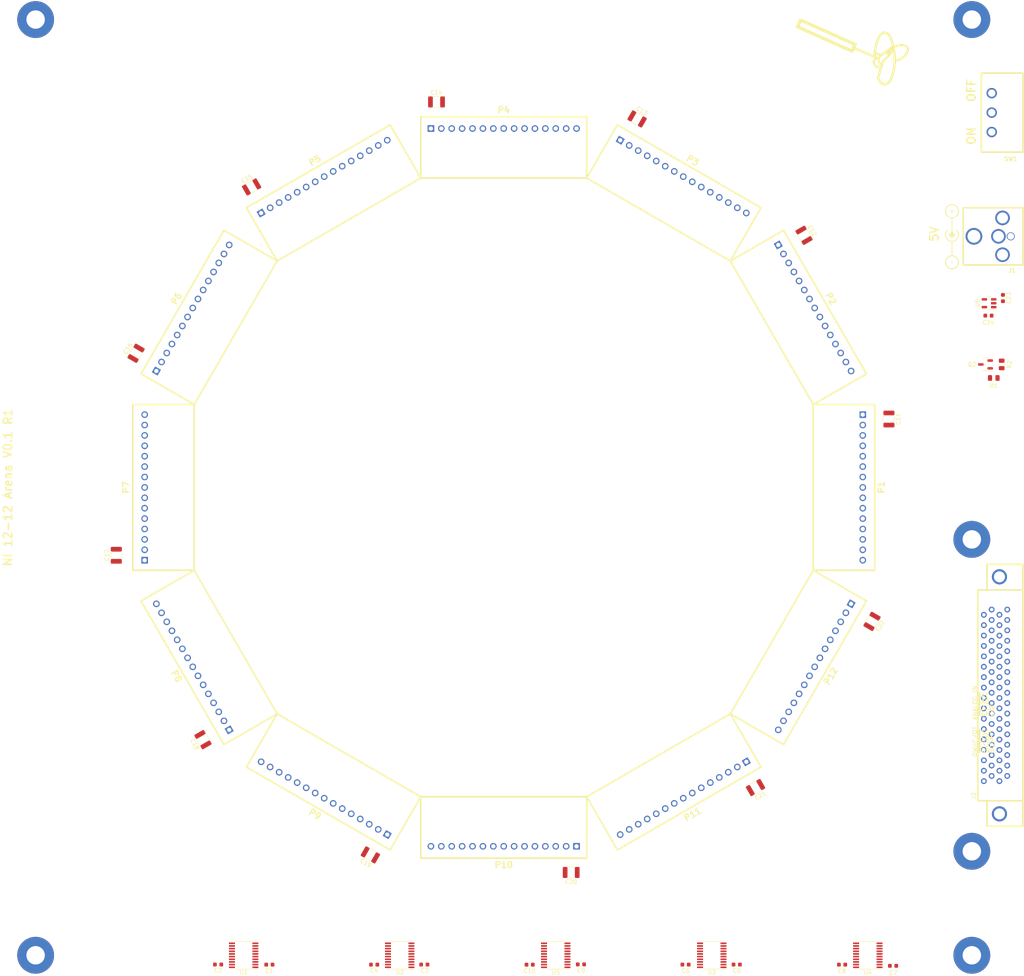
<source format=kicad_pcb>
(kicad_pcb (version 20221018) (generator pcbnew)
  (layers (0 "F.Cu" signal) (1 "In1.Cu" power) (2 "In2.Cu" power) (31 "B.Cu" signal) (34 "B.Paste" user) (35 "F.Paste" user) (36 "B.SilkS" user "B.Silkscreen") (37 "F.SilkS" user "F.Silkscreen") (38 "B.Mask" user) (39 "F.Mask" user) (44 "Edge.Cuts" user))
  (net 0 "")
  (net 1 "+3.3V")
  (net 2 "+5V")
  (net 4 "Net-(SW1-A)")
  (net 15 "/Level Shifters/PAN5V.CS_00")
  (net 16 "/Level Shifters/PAN5V.CS_01")
  (net 17 "/Level Shifters/PAN5V.CS_02")
  (net 18 "/Level Shifters/PAN5V.CS_03")
  (net 19 "/Level Shifters/PAN5V.CS_04")
  (net 20 "/Level Shifters/PAN5V.EXT_INT")
  (net 21 "GND")
  (net 25 "/Level Shifters/PAN5V.CS_05")
  (net 26 "/Level Shifters/PAN5V.CS_06")
  (net 38 "Net-(Q2-G)")
  (net 39 "/Level Shifters/PAN5V.RESET")
  (net 40 "/Level Shifters/PAN3V.RESET")
  (net 41 "/Level Shifters/PAN3V.CS_00")
  (net 42 "/Level Shifters/PAN3V.CS_01")
  (net 43 "/Level Shifters/PAN3V.CS_02")
  (net 44 "/Level Shifters/PAN3V.CS_03")
  (net 45 "/Level Shifters/PAN3V.CS_04")
  (net 46 "/Level Shifters/PAN3V.CS_05")
  (net 47 "/Level Shifters/PAN3V.CS_06")
  (net 48 "/Level Shifters/PAN3V.CS_07")
  (net 49 "/Level Shifters/PAN5V.CS_07")
  (net 50 "/Level Shifters/PAN3V.SCK_00")
  (net 51 "/Level Shifters/PAN3V.SCK_01")
  (net 52 "/Level Shifters/PAN3V.SCK_02")
  (net 53 "/Level Shifters/PAN3V.SCK_03")
  (net 54 "/Level Shifters/PAN3V.SCK_04")
  (net 55 "/Level Shifters/PAN3V.SCK_05")
  (net 56 "/Level Shifters/PAN3V.MOSI_00")
  (net 57 "/Level Shifters/PAN3V.MISO_00")
  (net 58 "/Level Shifters/PAN5V.MISO_00")
  (net 59 "/Level Shifters/PAN5V.MOSI_00")
  (net 60 "/Level Shifters/PAN5V.SCK_05")
  (net 61 "/Level Shifters/PAN5V.SCK_04")
  (net 62 "/Level Shifters/PAN5V.SCK_03")
  (net 63 "/Level Shifters/PAN5V.SCK_02")
  (net 64 "/Level Shifters/PAN3V.EXT_INT")
  (net 65 "/Level Shifters/PAN5V.SCK_01")
  (net 66 "/Level Shifters/PAN5V.SCK_00")
  (net 67 "/Level Shifters/PAN3V.MOSI_01")
  (net 68 "/Level Shifters/PAN3V.MISO_01")
  (net 69 "/Level Shifters/PAN3V.MOSI_02")
  (net 70 "/Level Shifters/PAN3V.MISO_02")
  (net 71 "/Level Shifters/PAN3V.MOSI_03")
  (net 72 "/Level Shifters/PAN3V.MISO_03")
  (net 73 "/Level Shifters/PAN3V.MOSI_04")
  (net 74 "/Level Shifters/PAN3V.MISO_04")
  (net 75 "/Level Shifters/PAN5V.MISO_04")
  (net 76 "/Level Shifters/PAN5V.MOSI_04")
  (net 77 "/Level Shifters/PAN5V.MISO_03")
  (net 78 "/Level Shifters/PAN5V.MOSI_03")
  (net 79 "/Level Shifters/PAN5V.MISO_02")
  (net 80 "/Level Shifters/PAN5V.MOSI_02")
  (net 81 "/Level Shifters/PAN5V.MISO_01")
  (net 82 "/Level Shifters/PAN5V.MOSI_01")
  (net 83 "/Level Shifters/PAN3V.MOSI_05")
  (net 84 "/Panel Headers/RESET")
  (net 85 "/Level Shifters/PAN3V.MISO_05")
  (net 86 "/Level Shifters/PAN3V.MOSI_06")
  (net 87 "/Level Shifters/PAN3V.MISO_06")
  (net 88 "/Level Shifters/PAN3V.MOSI_07")
  (net 89 "/Level Shifters/PAN3V.MISO_07")
  (net 90 "/Level Shifters/PAN3V.MOSI_08")
  (net 91 "/Level Shifters/PAN3V.MISO_08")
  (net 92 "/Level Shifters/PAN5V.MISO_08")
  (net 93 "/Level Shifters/PAN5V.MOSI_08")
  (net 94 "/Level Shifters/PAN5V.MISO_07")
  (net 95 "/Level Shifters/PAN5V.MOSI_07")
  (net 96 "/Level Shifters/PAN5V.MISO_06")
  (net 97 "/Level Shifters/PAN5V.MOSI_06")
  (net 98 "/Level Shifters/PAN5V.MISO_05")
  (net 99 "/Level Shifters/PAN5V.MOSI_05")
  (net 100 "/Level Shifters/PAN3V.MOSI_09")
  (net 101 "/Level Shifters/PAN3V.MISO_09")
  (net 102 "/Level Shifters/PAN3V.MOSI_10")
  (net 103 "/Level Shifters/PAN3V.MISO_10")
  (net 104 "/Level Shifters/PAN3V.MOSI_11")
  (net 105 "/Level Shifters/PAN3V.MISO_11")
  (net 106 "/Level Shifters/PAN5V.MISO_11")
  (net 107 "/Level Shifters/PAN5V.MOSI_11")
  (net 108 "/Level Shifters/PAN5V.MISO_10")
  (net 109 "/Level Shifters/PAN5V.MOSI_10")
  (net 110 "/Level Shifters/PAN5V.MISO_09")
  (net 111 "/Level Shifters/PAN5V.MOSI_09")
  (footprint "Capacitor_SMD:C_0603_1608Metric" (layer "F.Cu") (at 158.41 294.37)
    (fp_text reference "C3")
    (fp_text value "0.1uF")
  )
  (footprint "Capacitor_SMD:C_1210_3225Metric" (layer "F.Cu") (at 210.37 87.78 -30)
    (fp_text reference "C13")
    (fp_text value "100uF")
  )
  (footprint "MountingHole:MountingHole_4.5mm_Pad" (layer "F.Cu") (at 63.5 63.5)
    (fp_text reference "H1" hide)
    (fp_text value "MountingHole_Pad" hide)
  )
  (footprint "arena_custom:HEADER_TOP" (layer "F.Cu") (at 177.799999 265.474028 180)
    (fp_text reference "P10")
    (fp_text value "CONN15" hide)
  )
  (footprint "Capacitor_SMD:C_0603_1608Metric" (layer "F.Cu") (at 222.195 294.38 180)
    (fp_text reference "C6")
    (fp_text value "0.1uF")
  )
  (footprint "arena_custom:HEADER_TOP" (layer "F.Cu") (at 253.727936 221.637014 -120)
    (fp_text reference "P12")
    (fp_text value "CONN15" hide)
  )
  (footprint "arena_custom:HEADER_TOP" (layer "F.Cu") (at 90.125971 177.8 90)
    (fp_text reference "P7")
    (fp_text value "CONN15" hide)
  )
  (footprint "Capacitor_SMD:C_1210_3225Metric" (layer "F.Cu") (at 161.385 83.63)
    (fp_text reference "C14")
    (fp_text value "100uF")
  )
  (footprint "Capacitor_SMD:C_1210_3225Metric" (layer "F.Cu") (at 267.7275 210.532613 -120)
    (fp_text reference "C22")
    (fp_text value "100uF")
  )
  (footprint "arena_custom:slide_switch" (layer "F.Cu") (at 299.5 86.233 90)
    (fp_text reference "SW1")
    (fp_text value "SW_SPDT" hide)
  )
  (footprint "Package_SO:TSSOP-20_4.4x6.5mm_P0.65mm" (layer "F.Cu") (at 228.6 292.1 180)
    (fp_text reference "U3")
    (fp_text value "TXB0108PW")
  )
  (footprint "Capacitor_SMD:C_0603_1608Metric" (layer "F.Cu") (at 260.42 294.39 180)
    (fp_text reference "C8")
    (fp_text value "0.1uF")
  )
  (footprint "Package_SO:TSSOP-20_4.4x6.5mm_P0.65mm" (layer "F.Cu") (at 152.4 292.1 180)
    (fp_text reference "U2")
    (fp_text value "TXB0108PW")
  )
  (footprint "Capacitor_SMD:C_1210_3225Metric" (layer "F.Cu") (at 104.3625 239.422613 120)
    (fp_text reference "C18")
    (fp_text value "100uF")
  )
  (footprint "arena_custom:HEADER_TOP" (layer "F.Cu") (at 133.962985 253.727936 150)
    (fp_text reference "P9")
    (fp_text value "CONN15" hide)
  )
  (footprint "arena_custom:HEADER_TOP" (layer "F.Cu") (at 221.637014 253.727936 -150)
    (fp_text reference "P11")
    (fp_text value "CONN15" hide)
  )
  (footprint "Capacitor_SMD:C_0603_1608Metric" (layer "F.Cu") (at 196.655 294.33)
    (fp_text reference "C9")
    (fp_text value "0.1uF")
  )
  (footprint "Capacitor_SMD:C_0603_1608Metric" (layer "F.Cu") (at 108.055 294.36 180)
    (fp_text reference "C2")
    (fp_text value "0.1uF")
  )
  (footprint "Capacitor_SMD:C_0603_1608Metric" (layer "F.Cu") (at 234.695 294.37)
    (fp_text reference "C5")
    (fp_text value "0.1uF")
  )
  (footprint "Capacitor_SMD:C_0603_1608Metric" (layer "F.Cu") (at 184.13 294.4 180)
    (fp_text reference "C10")
    (fp_text value "0.1uF")
  )
  (footprint "MountingHole:MountingHole_4.5mm_Pad" (layer "F.Cu") (at 292.1 292.1)
    (fp_text reference "H3" hide)
    (fp_text value "MountingHole_Pad" hide)
  )
  (footprint "Package_SO:TSSOP-20_4.4x6.5mm_P0.65mm" (layer "F.Cu") (at 114.3 292.1 180)
    (fp_text reference "U1")
    (fp_text value "TXB0108PW")
  )
  (footprint "Capacitor_SMD:C_0603_1608Metric" (layer "F.Cu") (at 296.165 135.83)
    (fp_text reference "C24")
    (fp_text value "10uF")
  )
  (footprint "Package_TO_SOT_SMD:SOT-23-3" (layer "F.Cu") (at 295.4435 147.758 180)
    (fp_text reference "Q2")
    (fp_text value "MOSFET_NCHAN")
  )
  (footprint "MountingHole:MountingHole_4.5mm_Pad" (layer "F.Cu") (at 63.5 292.1)
    (fp_text reference "H4" hide)
    (fp_text value "MountingHole_Pad" hide)
  )
  (footprint "arena_custom:DCJACK_2PIN_HIGHCURRENT" (layer "F.Cu") (at 304.6 116.459 -90)
    (fp_text reference "J1")
    (fp_text value "Barrel_Jack" hide)
  )
  (footprint "Capacitor_SMD:C_1210_3225Metric" (layer "F.Cu") (at 116.237387 104.3925 30)
    (fp_text reference "C15")
    (fp_text value "100uF")
  )
  (footprint "arena_custom:HEADER_TOP" (layer "F.Cu") (at 133.962985 101.872063 30)
    (fp_text reference "P5")
    (fp_text value "CONN15" hide)
  )
  (footprint "Capacitor_SMD:C_1210_3225Metric" (layer "F.Cu") (at 239.282613 251.1175 -150)
    (fp_text reference "C21")
    (fp_text value "100uF")
  )
  (footprint "Package_SO:TSSOP-20_4.4x6.5mm_P0.65mm" (layer "F.Cu") (at 266.7 292.1 180)
    (fp_text reference "U4")
    (fp_text value "TXB0108PW")
  )
  (footprint "arena_custom:HEADER_TOP" (layer "F.Cu") (at 177.8 90.125971)
    (fp_text reference "P4")
    (fp_text value "CONN15" hide)
  )
  (footprint "Resistor_SMD:R_0805_2012Metric" (layer "F.Cu") (at 297.4575 151.06)
    (fp_text reference "R1")
    (fp_text value "200")
  )
  (footprint "Package_TO_SOT_SMD:SOT-23-5" (layer "F.Cu") (at 296.3075 132.81 180)
    (fp_text reference "U6")
    (fp_text value "AP2112K-3.3" hide)
  )
  (footprint "Capacitor_SMD:C_1210_3225Metric" (layer "F.Cu") (at 271.86 161.09 -90)
    (fp_text reference "C11")
    (fp_text value "100uF")
  )
  (footprint "Capacitor_SMD:C_1210_3225Metric" (layer "F.Cu") (at 251.12 116.21 -60)
    (fp_text reference "C12")
    (fp_text value "100uF")
  )
  (footprint "MountingHole:MountingHole_4.5mm_Pad" (layer "F.Cu") (at 292.1 190.5)
    (fp_text reference "H5" hide)
    (fp_text value "MountingHole_Pad" hide)
  )
  (footprint "arena_custom:HEADER_TOP" (layer "F.Cu") (at 265.474028 177.8 -90)
    (fp_text reference "P1")
    (fp_text value "CONN15" hide)
  )
  (footprint "arena_custom:HEADER_TOP" (layer "F.Cu") (at 101.872063 133.962985 60)
    (fp_text reference "P6")
    (fp_text value "CONN15" hide)
  )
  (footprint "arena_custom:HEADER_TOP" (layer "F.Cu") (at 101.872063 221.637014 120)
    (fp_text reference "P8")
    (fp_text value "CONN15" hide)
  )
  (footprint "MountingHole:MountingHole_4.5mm_Pad" (layer "F.Cu") (at 292.1 63.5)
    (fp_text reference "H2" hide)
    (fp_text value "MountingHole_Pad" hide)
  )
  (footprint "Capacitor_SMD:C_0603_1608Metric" (layer "F.Cu") (at 146.16 294.39 180)
    (fp_text reference "C4")
    (fp_text value "0.1uF")
  )
  (footprint "Capacitor_SMD:C_0603_1608Metric" (layer "F.Cu") (at 272.87 294.68)
    (fp_text reference "C7")
    (fp_text value "0.1uF")
  )
  (footprint "Capacitor_SMD:C_1210_3225Metric" (layer "F.Cu") (at 88.0275 145.032613 60)
    (fp_text reference "C16")
    (fp_text value "100uF")
  )
  (footprint "Capacitor_SMD:C_0603_1608Metric" (layer "F.Cu") (at 120.575 294.39)
    (fp_text reference "C1")
    (fp_text value "0.1uF")
  )
  (footprint "MountingHole:MountingHole_4.5mm_Pad" (layer "F.Cu") (at 292.1 266.7)
    (fp_text reference "H6" hide)
    (fp_text value "MountingHole_Pad" hide)
  )
  (footprint "arena_custom:HEADER_TOP" (layer "F.Cu") (at 253.727936 133.962985 -60)
    (fp_text reference "P2")
    (fp_text value "CONN15" hide)
  )
  (footprint "Capacitor_SMD:C_1210_3225Metric" (layer "F.Cu") (at 194.27 271.87 180)
    (fp_text reference "C20")
    (fp_text value "100uF")
  )
  (footprint "Capacitor_SMD:C_0603_1608Metric" (layer "F.Cu") (at 299.7 131.54 -90)
    (fp_text reference "C23")
    (fp_text value "10uF")
  )
  (footprint "arena_custom:TE_CONN_DSUB_RA_68" (layer "F.Cu") (at 304.55 228.6 90)
    (fp_text reference "J2")
    (fp_text value "NI_TE_68pos" hide)
  )
  (footprint "Capacitor_SMD:C_1210_3225Metric" (layer "F.Cu") (at 145.24 267.58 150)
    (fp_text reference "C19")
    (fp_text value "100uF")
  )
  (footprint "Capacitor_SMD:C_1210_3225Metric" (layer "F.Cu") (at 83.2 194.375 90)
    (fp_text reference "C17")
    (fp_text value "100uF")
  )
  (footprint "arena_custom:HEADER_TOP" (layer "F.Cu") (at 221.637014 101.872063 -30)
    (fp_text reference "P3")
    (fp_text value "CONN15" hide)
  )
  (footprint "Package_SO:TSSOP-20_4.4x6.5mm_P0.65mm" (layer "F.Cu") (at 190.5 292.1 180)
    (fp_text reference "U5")
    (fp_text value "TXB0108PW")
  )
  (footprint "Resistor_SMD:R_0805_2012Metric" (layer "F.Cu") (at 299.386 147.758 -90)
    (fp_text reference "R2")
    (fp_text value "20k")
  )
  (gr_line (start 272.719791 77.056148) (end 272.792723 76.816793) (stroke (width 0.514144)) (layer "F.SilkS"))
  (gr_line (start 269.848875 78.84365) (end 269.949642 78.94925) (stroke (width 0.514144)) (layer "F.SilkS"))
  (gr_line (start 269.91939 75.129372) (end 269.568674 75.230056) (stroke (width 0.514144)) (layer "F.SilkS"))
  (gr_line (start 285.958677 117.020687) (end 285.912617 116.954601) (stroke (width 0.15487)) (layer "F.SilkS"))
  (gr_line (start 287.579658 108.759663) (end 287.656965 108.777506) (stroke (width 0.179621)) (layer "F.SilkS"))
  (gr_line (start 286.301544 109.044649) (end 286.364193 109.000099) (stroke (width 0.179621)) (layer "F.SilkS"))
  (gr_line (start 273.203414 74.60929) (end 273.230843 74.302741) (stroke (width 0.514144)) (layer "F.SilkS"))
  (gr_line (start 268.538467 71.922576) (end 268.398283 71.928386) (stroke (width 0.514144)) (layer "F.SilkS"))
  (gr_line (start 268.574091 73.118561) (end 268.857945 73.03804) (stroke (width 0.514144)) (layer "F.SilkS"))
  (gr_line (start 269.169029 77.753918) (end 269.385651 78.183367) (stroke (width 0.514144)) (layer "F.SilkS"))
  (gr_line (start 271.889088 78.737053) (end 271.995033 78.597133) (stroke (width 0.514144)) (layer "F.SilkS"))
  (gr_line (start 287.807038 124.313867) (end 287.732792 124.338989) (stroke (width 0.179621)) (layer "F.SilkS"))
  (gr_line (start 288.624191 121.984336) (end 288.662666 122.051252) (stroke (width 0.179621)) (layer "F.SilkS"))
  (gr_line (start 270.373143 79.255534) (end 270.483539 79.301598) (stroke (width 0.514144)) (layer "F.SilkS"))
  (gr_line (start 269.627802 78.587148) (end 269.849848 78.897612) (stroke (width 0.514144)) (layer "F.SilkS"))
  (gr_line (start 287.014275 111.904619) (end 286.935586 111.890567) (stroke (width 0.179621)) (layer "F.SilkS"))
  (gr_line (start 288.644971 116.886798) (end 288.602596 116.954601) (stroke (width 0.15487)) (layer "F.SilkS"))
  (gr_line (start 270.12026 79.162894) (end 270.402342 79.294654) (stroke (width 0.514144)) (layer "F.SilkS"))
  (gr_line (start 286.183213 123.995719) (end 286.127717 123.94281) (stroke (width 0.179621)) (layer "F.SilkS"))
  (gr_line (start 286.429041 124.179493) (end 286.364208 124.13793) (stroke (width 0.179621)) (layer "F.SilkS"))
  (gr_line (start 288.851319 116.299732) (end 288.838422 116.37612) (stroke (width 0.15487)) (layer "F.SilkS"))
  (gr_line (start 272.046604 71.989815) (end 270.43001 73.735033) (stroke (width 0.514144)) (layer "F.SilkS"))
  (gr_line (start 286.24118 121.579884) (end 286.301544 121.532447) (stroke (width 0.179621)) (layer "F.SilkS"))
  (gr_line (start 269.072842 68.532694) (end 269.358938 67.903329) (stroke (width 0.514144)) (layer "F.SilkS"))
  (gr_line (start 268.490036 74.712817) (end 268.294985 74.405939) (stroke (width 0.514144)) (layer "F.SilkS"))
  (gr_line (start 269.95576 67.084344) (end 270.162314 66.914871) (stroke (width 0.514144)) (layer "F.SilkS"))
  (gr_line (start 287.175394 111.920951) (end 287.094245 111.914781) (stroke (width 0.179621)) (layer "F.SilkS"))
  (gr_line (start 275.697613 69.857459) (end 276.045895 70.048451) (stroke (width 0.514144)) (layer "F.SilkS"))
  (gr_line (start 285.932595 123.706323) (end 285.891031 123.64149) (stroke (width 0.179621)) (layer "F.SilkS"))
  (gr_line (start 285.678102 110.081768) (end 285.692154 110.00308) (stroke (width 0.179621)) (layer "F.SilkS"))
  (gr_line (start 268.687622 74.905469) (end 268.490036 74.712817) (stroke (width 0.514144)) (layer "F.SilkS"))
  (gr_line (start 269.213842 77.812465) (end 269.296205 77.988991) (stroke (width 0.514144)) (layer "F.SilkS"))
  (gr_line (start 288.332018 111.507921) (end 288.274039 111.558144) (stroke (width 0.179621)) (layer "F.SilkS"))
  (gr_line (start 268.294985 74.405939) (end 268.204859 74.17758) (stroke (width 0.514144)) (layer "F.SilkS"))
  (gr_line (start 288.662666 109.563454) (end 288.697954 109.632353) (stroke (width 0.179621)) (layer "F.SilkS"))
  (gr_line (start 287.257623 111.923031) (end 287.175394 111.920951) (stroke (width 0.179621)) (layer "F.SilkS"))
  (gr_line (start 287.500969 108.745611) (end 287.579658 108.759663) (stroke (width 0.179621)) (layer "F.SilkS"))
  (gr_line (start 271.584177 79.084107) (end 272.001749 78.655636) (stroke (width 0.514144)) (layer "F.SilkS"))
  (gr_line (start 285.891023 109.496538) (end 285.932586 109.431706) (stroke (width 0.179621)) (layer "F.SilkS"))
  (gr_line (start 288.847273 122.649536) (end 288.853443 122.730685) (stroke (width 0.179621)) (layer "F.SilkS"))
  (gr_line (start 287.950382 121.372569) (end 288.01928 121.407857) (stroke (width 0.179621)) (layer "F.SilkS"))
  (gr_line (start 286.179039 117.264324) (end 286.118965 117.207211) (stroke (width 0.15487)) (layer "F.SilkS"))
  (gr_line (start 271.557158 72.298344) (end 271.562769 72.215878) (stroke (width 0.514144)) (layer "F.SilkS"))
  (gr_line (start 288.697954 111.017877) (end 288.662666 111.086776) (stroke (width 0.179621)) (layer "F.SilkS"))
  (gr_line (start 271.796884 67.188567) (end 271.866965 67.27346) (stroke (width 0.514144)) (layer "F.SilkS"))
  (gr_line (start 288.823059 110.00308) (end 288.837111 110.081768) (stroke (width 0.179621)) (layer "F.SilkS"))
  (gr_line (start 270.042082 66.980845) (end 270.486469 66.719946) (stroke (width 0.514144)) (layer "F.SilkS"))
  (gr_line (start 288.44042 121.738511) (end 288.490643 121.796491) (stroke (width 0.179621)) (layer "F.SilkS"))
  (gr_line (start 273.396069 73.592428) (end 273.26293 73.636146) (stroke (width 0.514144)) (layer "F.SilkS"))
  (gr_line (start 271.175363 66.746491) (end 271.258978 66.778138) (stroke (width 0.514144)) (layer "F.SilkS"))
  (gr_line (start 286.635626 108.852772) (end 286.708191 108.824161) (stroke (width 0.179621)) (layer "F.SilkS"))
  (gr_line (start 285.737589 116.601278) (end 285.713638 116.527036) (stroke (width 0.15487)) (layer "F.SilkS"))
  (gr_line (start 287.014268 121.233409) (end 287.094239 121.223247) (stroke (width 0.179621)) (layer "F.SilkS"))
  (gr_line (start 287.807038 111.826069) (end 287.732792 111.851191) (stroke (width 0.179621)) (layer "F.SilkS"))
  (gr_line (start 288.853443 122.895142) (end 288.847273 122.976291) (stroke (width 0.179621)) (layer "F.SilkS"))
  (gr_line (start 286.301558 124.093379) (end 286.241193 124.045942) (stroke (width 0.179621)) (layer "F.SilkS"))
  (gr_line (start 270.652049 79.34661) (end 270.708938 79.355045) (stroke (width 0.514144)) (layer "F.SilkS"))
  (gr_line (start 287.411957 117.671485) (end 287.334853 117.677012) (stroke (width 0.15487)) (layer "F.SilkS"))
  (gr_line (start 288.086196 111.691695) (end 288.01928 111.730171) (stroke (width 0.179621)) (layer "F.SilkS"))
  (gr_line (start 287.334853 117.677012) (end 287.257606 117.678855) (stroke (width 0.15487)) (layer "F.SilkS"))
  (gr_line (start 276.063288 71.879708) (end 275.824175 72.244406) (stroke (width 0.514144)) (layer "F.SilkS"))
  (gr_line (start 271.953175 71.26514) (end 272.16674 70.993802) (stroke (width 0.514144)) (layer "F.SilkS"))
  (gr_line (start 287.257623 115.420801) (end 287.257623 111.996042) (stroke (width 0.168772)) (layer "F.SilkS"))
  (gr_line (start 285.891031 123.64149) (end 285.852554 123.574574) (stroke (width 0.179621)) (layer "F.SilkS"))
  (gr_line (start 269.655783 72.404764) (end 269.813437 72.22149) (stroke (width 0.514144)) (layer "F.SilkS"))
  (gr_line (start 268.378971 73.29255) (end 268.574091 73.118561) (stroke (width 0.514144)) (layer "F.SilkS"))
  (gr_line (start 286.635639 124.285256) (end 286.564857 124.253257) (stroke (width 0.179621)) (layer "F.SilkS"))
  (gr_line (start 285.66177 110.242887) (end 285.66794 110.161738) (stroke (width 0.179621)) (layer "F.SilkS"))
  (gr_line (start 287.094245 111.914781) (end 287.014275 111.904619) (stroke (width 0.179621)) (layer "F.SilkS"))
  (gr_line (start 287.950382 111.765459) (end 287.879601 111.797458) (stroke (width 0.179621)) (layer "F.SilkS"))
  (gr_line (start 288.729953 123.434894) (end 288.697954 123.505675) (stroke (width 0.179621)) (layer "F.SilkS"))
  (gr_line (start 271.74168 67.120768) (end 272.14785 67.677546) (stroke (width 0.514144)) (layer "F.SilkS"))
  (gr_line (start 276.045895 70.048451) (end 276.310637 70.266337) (stroke (width 0.514144)) (layer "F.SilkS"))
  (gr_line (start 262.869029 71.238685) (end 249.569411 65.284054) (stroke (width 0.514144)) (layer "F.SilkS"))
  (gr_line (start 285.654682 115.914214) (end 285.663894 115.837397) (stroke (width 0.15487)) (layer "F.SilkS"))
  (gr_line (start 288.860531 116.222914) (end 288.851319 116.299732) (stroke (width 0.15487)) (layer "F.SilkS"))
  (gr_line (start 262.984506 71.29082) (end 263.743691 69.51028) (stroke (width 0.514144)) (layer "F.SilkS"))
  (gr_line (start 270.823954 66.689781) (end 270.91435 66.693356) (stroke (width 0.514144)) (layer "F.SilkS"))
  (gr_line (start 272.561228 77.506092) (end 272.642575 77.286047) (stroke (width 0.514144)) (layer "F.SilkS"))
  (gr_line (start 286.708191 121.311959) (end 286.782438 121.286837) (stroke (width 0.179621)) (layer "F.SilkS"))
  (gr_line (start 270.402342 79.294654) (end 270.845429 79.369321) (stroke (width 0.514144)) (layer "F.SilkS"))
  (gr_line (start 287.935657 117.529624) (end 287.863562 117.560944) (stroke (width 0.15487)) (layer "F.SilkS"))
  (gr_line (start 287.180359 117.677012) (end 287.103255 117.671485) (stroke (width 0.15487)) (layer "F.SilkS"))
  (gr_line (start 274.365448 69.786521) (end 274.732374 69.731135) (stroke (width 0.514144)) (layer "F.SilkS"))
  (gr_line (start 288.209728 117.367496) (end 288.143643 117.413555) (stroke (width 0.15487)) (layer "F.SilkS"))
  (gr_line (start 287.026438 117.662273) (end 286.950049 117.649377) (stroke (width 0.15487)) (layer "F.SilkS"))
  (gr_line (start 287.339851 111.920951) (end 287.257623 111.923031) (stroke (width 0.179621)) (layer "F.SilkS"))
  (gr_line (start 275.3629 69.776092) (end 275.697613 69.857459) (stroke (width 0.514144)) (layer "F.SilkS"))
  (gr_line (start 269.813437 72.22149) (end 269.933432 72.102344) (stroke (width 0.514144)) (layer "F.SilkS"))
  (gr_line (start 272.975988 70.361552) (end 273.168289 70.250358) (stroke (width 0.514144)) (layer "F.SilkS"))
  (gr_line (start 276.470799 70.922516) (end 276.357002 71.278013) (stroke (width 0.514144)) (layer "F.SilkS"))
  (gr_line (start 271.66866 78.97738) (end 271.780245 78.863935) (stroke (width 0.514144)) (layer "F.SilkS"))
  (gr_line (start 287.640979 117.632796) (end 287.565163 117.649377) (stroke (width 0.15487)) (layer "F.SilkS"))
  (gr_line (start 288.387512 109.195218) (end 288.44042 109.250713) (stroke (width 0.179621)) (layer "F.SilkS"))
  (gr_line (start 270.486109 66.747234) (end 270.597313 66.715491) (stroke (width 0.514144)) (layer "F.SilkS"))
  (gr_line (start 276.310637 70.266337) (end 276.487316 70.447612) (stroke (width 0.514144)) (layer "F.SilkS"))
  (gr_line (start 285.75665 109.775698) (end 285.785261 109.703135) (stroke (width 0.179621)) (layer "F.SilkS"))
  (gr_line (start 286.708204 124.313867) (end 286.635639 124.285256) (stroke (width 0.179621)) (layer "F.SilkS"))
  (gr_line (start 286.935586 124.378364) (end 286.858278 124.360522) (stroke (width 0.179621)) (layer "F.SilkS"))
  (gr_line (start 288.853443 110.242887) (end 288.855522 110.325115) (stroke (width 0.179621)) (layer "F.SilkS"))
  (gr_line (start 273.199471 71.40298) (end 273.170914 71.146272) (stroke (width 0.514144)) (layer "F.SilkS"))
  (gr_line (start 271.00305 66.704039) (end 271.090054 66.721771) (stroke (width 0.514144)) (layer "F.SilkS"))
  (gr_line (start 287.950382 108.884771) (end 288.01928 108.920059) (stroke (width 0.179621)) (layer "F.SilkS"))
  (gr_line (start 288.396248 117.207211) (end 288.336173 117.264324) (stroke (width 0.15487)) (layer "F.SilkS"))
  (gr_line (start 285.870242 115.250331) (end 285.912617 115.182528) (stroke (width 0.15487)) (layer "F.SilkS"))
  (gr_line (start 285.713638 115.610093) (end 285.737589 115.535851) (stroke (width 0.15487)) (layer "F.SilkS"))
  (gr_line (start 285.709998 123.212257) (end 285.692155 123.134949) (stroke (width 0.179621)) (layer "F.SilkS"))
  (gr_line (start 268.398283 71.928386) (end 268.443264 71.372715) (stroke (width 0.514144)) (layer "F.SilkS"))
  (gr_line (start 250.277988 63.622209) (end 263.577606 69.576838) (stroke (width 0.514144)) (layer "F.SilkS"))
  (gr_line (start 288.387512 121.683016) (end 288.44042 121.738511) (stroke (width 0.179621)) (layer "F.SilkS"))
  (gr_line (start 288.602596 116.954601) (end 288.556536 117.020687) (stroke (width 0.15487)) (layer "F.SilkS"))
  (gr_line (start 272.386758 77.915027) (end 272.475904 77.715885) (stroke (width 0.514144)) (layer "F.SilkS"))
  (gr_line (start 288.851319 115.837397) (end 288.860531 115.914214) (stroke (width 0.15487)) (layer "F.SilkS"))
  (gr_line (start 270.823706 79.361837) (end 270.950176 79.353592) (stroke (width 0.514144)) (layer "F.SilkS"))
  (gr_line (start 288.823059 123.134949) (end 288.805217 123.212257) (stroke (width 0.179621)) (layer "F.SilkS"))
  (gr_line (start 272.192051 67.792474) (end 272.252008 67.914764) (stroke (width 0.514144)) (layer "F.SilkS"))
  (gr_line (start 288.624191 109.496538) (end 288.662666 109.563454) (stroke (width 0.179621)) (layer "F.SilkS"))
  (gr_line (start 285.663894 115.837397) (end 285.676791 115.761009) (stroke (width 0.15487)) (layer "F.SilkS"))
  (gr_line (start 272.526536 68.615325) (end 272.624571 68.936007) (stroke (width 0.514144)) (layer "F.SilkS"))
  (gr_line (start 274.300501 73.290538) (end 273.955521 73.448266) (stroke (width 0.514144)) (layer "F.SilkS"))
  (gr_line (start 272.878363 70.030484) (end 272.227131 70.522448) (stroke (width 0.514144)) (layer "F.SilkS"))
  (gr_line (start 286.241193 111.558144) (end 286.183213 111.507921) (stroke (width 0.179621)) (layer "F.SilkS"))
  (gr_line (start 274.611605 73.162883) (end 274.300501 73.290538) (stroke (width 0.514144)) (layer "F.SilkS"))
  (gr_line (start 276.487316 70.447612) (end 276.514114 70.597317) (stroke (width 0.514144)) (layer "F.SilkS"))
  (gr_line (start 288.729953 122.190932) (end 288.758563 122.263496) (stroke (width 0.179621)) (layer "F.SilkS"))
  (gr_line (start 273.463734 70.098418) (end 273.689671 69.989986) (stroke (width 0.514144)) (layer "F.SilkS"))
  (gr_line (start 273.271457 72.470915) (end 273.259991 72.198306) (stroke (width 0.514144)) (layer "F.SilkS"))
  (gr_line (start 269.789995 74.417504) (end 269.64406 74.262718) (stroke (width 0.514144)) (layer "F.SilkS"))
  (gr_line (start 288.332018 123.995719) (end 288.274039 124.045942) (stroke (width 0.179621)) (layer "F.SilkS"))
  (gr_line (start 287.257623 124.410828) (end 287.175394 124.408749) (stroke (width 0.179621)) (layer "F.SilkS"))
  (gr_line (start 285.785261 122.190932) (end 285.81726 122.120151) (stroke (width 0.179621)) (layer "F.SilkS"))
  (gr_line (start 288.847273 110.161738) (end 288.853443 110.242887) (stroke (width 0.179621)) (layer "F.SilkS"))
  (gr_line (start 288.151027 109.000099) (end 288.213675 109.044649) (stroke (width 0.179621)) (layer "F.SilkS"))
  (gr_line (start 288.453362 114.989993) (end 288.506791 115.052216) (stroke (width 0.15487)) (layer "F.SilkS"))
  (gr_line (start 288.506791 117.084913) (end 288.453362 117.147135) (stroke (width 0.15487)) (layer "F.SilkS"))
  (gr_line (start 294 237) (end 294 242.5) (stroke (width 0.381)) (layer "F.SilkS"))
  (gr_line (start 269.081167 72.892436) (end 269.063736 72.933473) (stroke (width 0.514144)) (layer "F.SilkS"))
  (gr_line (start 285.663894 116.299732) (end 285.654682 116.222915) (stroke (width 0.15487)) (layer "F.SilkS"))
  (gr_line (start 288.758563 109.775698) (end 288.783685 109.849944) (stroke (width 0.179621)) (layer "F.SilkS"))
  (gr_line (start 285.756654 110.874532) (end 285.731531 110.800286) (stroke (width 0.179621)) (layer "F.SilkS"))
  (gr_line (start 288.644971 115.25033) (end 288.683661 115.319707) (stroke (width 0.15487)) (layer "F.SilkS"))
  (gr_line (start 270.193455 72.080045) (end 268.398283 71.928388) (stroke (width 0.514144)) (layer "F.SilkS"))
  (gr_line (start 273.170914 71.146272) (end 273.138327 70.894215) (stroke (width 0.514144)) (layer "F.SilkS"))
  (gr_line (start 286.651651 117.560944) (end 286.579555 117.529624) (stroke (width 0.15487)) (layer "F.SilkS"))
  (gr_line (start 288.213675 111.605581) (end 288.151027 111.650132) (stroke (width 0.179621)) (layer "F.SilkS"))
  (gr_line (start 285.852554 123.574574) (end 285.817265 123.505675) (stroke (width 0.179621)) (layer "F.SilkS"))
  (gr_line (start 286.1832 109.142309) (end 286.24118 109.092086) (stroke (width 0.179621)) (layer "F.SilkS"))
  (gr_line (start 268.78524 69.424072) (end 269.072842 68.532694) (stroke (width 0.514144)) (layer "F.SilkS"))
  (gr_line (start 286.061851 114.989993) (end 286.118965 114.929917) (stroke (width 0.15487)) (layer "F.SilkS"))
  (gr_line (start 286.061851 117.147135) (end 286.008421 117.084913) (stroke (width 0.15487)) (layer "F.SilkS"))
  (gr_line (start 285.692154 122.490878) (end 285.709996 122.413569) (stroke (width 0.179621)) (layer "F.SilkS"))
  (gr_line (start 287.879601 111.797458) (end 287.807038 111.826069) (stroke (width 0.179621)) (layer "F.SilkS"))
  (gr_line (start 286.024573 109.308693) (end 286.074796 109.250713) (stroke (width 0.179621)) (layer "F.SilkS"))
  (gr_line (start 285.852554 111.086776) (end 285.817265 111.017877) (stroke (width 0.179621)) (layer "F.SilkS"))
  (gr_line (start 286.301544 121.532447) (end 286.364193 121.487896) (stroke (width 0.179621)) (layer "F.SilkS"))
  (gr_line (start 288.783685 123.288084) (end 288.758563 123.36233) (stroke (width 0.179621)) (layer "F.SilkS"))
  (gr_line (start 269.334135 73.088782) (end 269.435669 72.741) (stroke (width 0.514144)) (layer "F.SilkS"))
  (gr_line (start 286.635639 111.797458) (end 286.564857 111.765459) (stroke (width 0.179621)) (layer "F.SilkS"))
  (gr_line (start 288.332018 121.630107) (end 288.387512 121.683016) (stroke (width 0.179621)) (layer "F.SilkS"))
  (gr_line (start 285.831551 116.817422) (end 285.796546 116.746614) (stroke (width 0.15487)) (layer "F.SilkS"))
  (gr_line (start 288.538079 121.856855) (end 288.582629 121.919503) (stroke (width 0.179621)) (layer "F.SilkS"))
  (gr_line (start 286.127717 123.94281) (end 286.074807 123.887315) (stroke (width 0.179621)) (layer "F.SilkS"))
  (gr_line (start 271.562769 72.215878) (end 271.567569 72.155036) (stroke (width 0.514144)) (layer "F.SilkS"))
  (gr_line (start 268.398283 71.928388) (end 268.428869 71.473183) (stroke (width 0.514144)) (layer "F.SilkS"))
  (gr_line (start 286.008421 117.084913) (end 285.958677 117.020687) (stroke (width 0.15487)) (layer "F.SilkS"))
  (gr_line (start 287.014268 108.745611) (end 287.094239 108.735449) (stroke (width 0.179621)) (layer "F.SilkS"))
  (gr_line (start 288.538079 109.369057) (end 288.582629 109.431706) (stroke (width 0.179621)) (layer "F.SilkS"))
  (gr_line (start 288.274039 111.558144) (end 288.213675 111.605581) (stroke (width 0.179621)) (layer "F.SilkS"))
  (gr_line (start 273.280747 73.025764) (end 273.278408 72.746825) (stroke (width 0.514144)) (layer "F.SilkS"))
  (gr_line (start 286.241193 124.045942) (end 286.183213 123.995719) (stroke (width 0.179621)) (layer "F.SilkS"))
  (gr_line (start 249.569411 65.284054) (end 250.277988 63.622209) (stroke (width 0.514144)) (layer "F.SilkS"))
  (gr_line (start 285.81726 122.120151) (end 285.852548 122.051252) (stroke (width 0.179621)) (layer "F.SilkS"))
  (gr_line (start 288.274039 121.579884) (end 288.332018 121.630107) (stroke (width 0.179621)) (layer "F.SilkS"))
  (gr_line (start 271.780245 78.863935) (end 271.889088 78.737053) (stroke (width 0.514144)) (layer "F.SilkS"))
  (gr_line (start 287.807038 108.824161) (end 287.879601 108.852772) (stroke (width 0.179621)) (layer "F.SilkS"))
  (gr_line (start 288.821841 115.685193) (end 288.838422 115.761008) (stroke (width 0.15487)) (layer "F.SilkS"))
  (gr_line (start 269.949642 78.94925) (end 270.05257 79.043534) (stroke (width 0.514144)) (layer "F.SilkS"))
  (gr_line (start 288.837111 110.081768) (end 288.847273 110.161738) (stroke (width 0.179621)) (layer "F.SilkS"))
  (gr_line (start 268.685166 69.837947) (end 268.798444 69.377434) (stroke (width 0.514144)) (layer "F.SilkS"))
  (gr_line (start 271.340898 66.816653) (end 271.421125 66.861974) (stroke (width 0.514144)) (layer "F.SilkS"))
  (gr_line (start 272.984266 76.04597) (end 273.038516 75.77277) (stroke (width 0.514144)) (layer "F.SilkS"))
  (gr_poly (pts (xy 287.191671 110.256718) (xy 287.191671 109.80759) (xy 287.32351 109.80759) (xy 287.32351 110.256718) (xy 287.772643 110.256718) (xy 287.772643 110.393516) (xy 287.32351 110.393516) (xy 287.32351 110.842642) (xy 287.191671 110.842642) (xy 287.191671 110.393516) (xy 286.742538 110.393516) (xy 286.742538 110.256718)) (fill solid) (layer "F.SilkS"))
  (gr_line (start 286.074807 123.887315) (end 286.024583 123.829336) (stroke (width 0.179621)) (layer "F.SilkS"))
  (gr_line (start 286.858278 124.360522) (end 286.78245 124.338989) (stroke (width 0.179621)) (layer "F.SilkS"))
  (gr_line (start 288.853443 122.730685) (end 288.855522 122.812913) (stroke (width 0.179621)) (layer "F.SilkS"))
  (gr_line (start 275.544306 72.557474) (end 275.243549 72.784521) (stroke (width 0.514144)) (layer "F.SilkS"))
  (gr_line (start 287.500969 121.233409) (end 287.579658 121.247462) (stroke (width 0.179621)) (layer "F.SilkS"))
  (gr_line (start 288.538079 123.768971) (end 288.490643 123.829336) (stroke (width 0.179621)) (layer "F.SilkS"))
  (gr_line (start 288.396248 114.929917) (end 288.453362 114.989993) (stroke (width 0.15487)) (layer "F.SilkS"))
  (gr_line (start 287.656965 124.360522) (end 287.579658 124.378364) (stroke (width 0.179621)) (layer "F.SilkS"))
  (gr_line (start 287.094239 108.735449) (end 287.175391 108.729279) (stroke (width 0.179621)) (layer "F.SilkS"))
  (gr_line (start 272.310281 68.043075) (end 272.36687 68.177347) (stroke (width 0.514144)) (layer "F.SilkS"))
  (gr_line (start 288.783685 109.849944) (end 288.805217 109.925771) (stroke (width 0.179621)) (layer "F.SilkS"))
  (gr_line (start 269.654291 78.599687) (end 269.750386 78.72703) (stroke (width 0.514144)) (layer "F.SilkS"))
  (gr_line (start 287.257623 121.15327) (end 287.257623 117.728512) (stroke (width 0.168772)) (layer "F.SilkS"))
  (gr_line (start 288.44042 111.399517) (end 288.387512 111.455012) (stroke (width 0.179621)) (layer "F.SilkS"))
  (gr_line (start 285.731528 109.849944) (end 285.75665 109.775698) (stroke (width 0.179621)) (layer "F.SilkS"))
  (gr_line (start 271.394184 66.835062) (end 271.74168 67.120768) (stroke (width 0.514144)) (layer "F.SilkS"))
  (gr_line (start 287.500969 111.904619) (end 287.421 111.914781) (stroke (width 0.179621)) (layer "F.SilkS"))
  (gr_line (start 285.66794 122.976291) (end 285.66177 122.895142) (stroke (width 0.179621)) (layer "F.SilkS"))
  (gr_line (start 285.731528 122.337742) (end 285.75665 122.263496) (stroke (width 0.179621)) (layer "F.SilkS"))
  (gr_line (start 288.718667 115.390515) (end 288.749987 115.46261) (stroke (width 0.15487)) (layer "F.SilkS"))
  (gr_line (start 273.223901 71.664068) (end 273.199471 71.40298) (stroke (width 0.514144)) (layer "F.SilkS"))
  (gr_line (start 268.798444 69.377434) (end 268.926541 68.945956) (stroke (width 0.514144)) (layer "F.SilkS"))
  (gr_line (start 271.567569 72.155036) (end 271.569822 72.132033) (stroke (width 0.514144)) (layer "F.SilkS"))
  (gr_line (start 286.495957 124.217969) (end 286.429041 124.179493) (stroke (width 0.179621)) (layer "F.SilkS"))
  (gr_line (start 269.435669 72.741) (end 269.655783 72.404764) (stroke (width 0.514144)) (layer "F.SilkS"))
  (gr_line (start 286.858267 121.265304) (end 286.935577 121.247462) (stroke (width 0.179621)) (layer "F.SilkS"))
  (gr_line (start 286.564843 121.372569) (end 286.635626 121.34057) (stroke (width 0.179621)) (layer "F.SilkS"))
  (gr_line (start 285.65969 110.325115) (end 285.66177 110.242887) (stroke (width 0.179621)) (layer "F.SilkS"))
  (gr_line (start 287.014275 124.392417) (end 286.935586 124.378364) (stroke (width 0.179621)) (layer "F.SilkS"))
  (gr_line (start 286.024573 121.796491) (end 286.074796 121.738511) (stroke (width 0.179621)) (layer "F.SilkS"))
  (gr_line (start 270.91435 66.693356) (end 271.00305 66.704039) (stroke (width 0.514144)) (layer "F.SilkS"))
  (gr_line (start 287.175391 121.217077) (end 287.257623 121.214998) (stroke (width 0.179621)) (layer "F.SilkS"))
  (gr_line (start 288.697954 122.120151) (end 288.729953 122.190932) (stroke (width 0.179621)) (layer "F.SilkS"))
  (gr_line (start 286.305485 117.367496) (end 286.24126 117.317753) (stroke (width 0.15487)) (layer "F.SilkS"))
  (gr_line (start 262.933892 71.409523) (end 262.984506 71.29082) (stroke (width 0.514144)) (layer "F.SilkS"))
  (gr_line (start 288.801574 116.527036) (end 288.777623 116.601278) (stroke (width 0.15487)) (layer "F.SilkS"))
  (gr_line (start 288.213675 121.532447) (end 288.274039 121.579884) (stroke (width 0.179621)) (layer "F.SilkS"))
  (gr_line (start 285.852548 122.051252) (end 285.891023 121.984336) (stroke (width 0.179621)) (layer "F.SilkS"))
  (gr_line (start 288.151027 121.487896) (end 288.213675 121.532447) (stroke (width 0.179621)) (layer "F.SilkS"))
  (gr_line (start 268.587608 70.325397) (end 268.685166 69.837947) (stroke (width 0.514144)) (layer "F.SilkS"))
  (gr_line (start 286.024583 111.341537) (end 285.977146 111.281173) (stroke (width 0.179621)) (layer "F.SilkS"))
  (gr_line (start 270.950176 79.353592) (end 271.074982 79.329126) (stroke (width 0.514144)) (layer "F.SilkS"))
  (gr_line (start 288.387512 123.94281) (end 288.332018 123.995719) (stroke (width 0.179621)) (layer "F.SilkS"))
  (gr_line (start 273.955521 73.448266) (end 273.667858 73.497182) (stroke (width 0.514144)) (layer "F.SilkS"))
  (gr_line (start 285.692154 110.00308) (end 285.709996 109.925771) (stroke (width 0.179621)) (layer "F.SilkS"))
  (gr_line (start 273.08771 75.492104) (end 273.131693 75.20437) (stroke (width 0.514144)) (layer "F.SilkS"))
  (gr_line (start 288.01928 121.407857) (end 288.086196 121.446333) (stroke (width 0.179621)) (layer "F.SilkS"))
  (gr_line (start 268.506673 70.837686) (end 268.587608 70.325397) (stroke (width 0.514144)) (layer "F.SilkS"))
  (gr_line (start 273.109184 70.898086) (end 270.430035 73.735032) (stroke (width 0.514144)) (layer "F.SilkS"))
  (gr_line (start 288.506791 115.052216) (end 288.556536 115.116442) (stroke (width 0.15487)) (layer "F.SilkS"))
  (gr_line (start 272.384901 68.207283) (end 272.607883 68.882713) (stroke (width 0.514144)) (layer "F.SilkS"))
  (gr_line (start 272.293944 78.103121) (end 272.386758 77.915027) (stroke (width 0.514144)) (layer "F.SilkS"))
  (gr_line (start 269.383005 73.766245) (end 269.32539 73.415172) (stroke (width 0.514144)) (layer "F.SilkS"))
  (gr_line (start 263.462921 70.504905) (end 269.081167 72.892436) (stroke (width 0.514144)) (layer "F.SilkS"))
  (gr_line (start 273.131693 75.20437) (end 273.170313 74.909966) (stroke (width 0.514144)) (layer "F.SilkS"))
  (gr_line (start 288.837111 123.05626) (end 288.823059 123.134949) (stroke (width 0.179621)) (layer "F.SilkS"))
  (gr_line (start 270.268496 66.847186) (end 270.376465 66.79122) (stroke (width 0.514144)) (layer "F.SilkS"))
  (gr_poly (pts (xy 287.332166 122.555797) (xy 287.332166 123.070028) (xy 287.183015 123.070028) (xy 287.183015 122.555797)) (fill solid) (layer "F.SilkS"))
  (gr_line (start 273.252444 73.990715) (end 273.268065 73.673612) (stroke (width 0.514144)) (layer "F.SilkS"))
  (gr_line (start 288.662666 122.051252) (end 288.697954 122.120151) (stroke (width 0.179621)) (layer "F.SilkS"))
  (gr_line (start 285.977146 111.281173) (end 285.932595 111.218524) (stroke (width 0.179621)) (layer "F.SilkS"))
  (gr_line (start 275.243549 72.784521) (end 274.891974 72.984666) (stroke (width 0.514144)) (layer "F.SilkS"))
  (gr_line (start 270.43001 73.735033) (end 269.169029 77.753918) (stroke (width 0.514144)) (layer "F.SilkS"))
  (gr_line (start 273.689671 69.989986) (end 274.006531 69.877711) (stroke (width 0.514144)) (layer "F.SilkS"))
  (gr_line (start 272.80048 69.644069) (end 272.878365 70.030482) (stroke (width 0.514144)) (layer "F.SilkS"))
  (gr_line (start 288.387512 111.455012) (end 288.332018 111.507921) (stroke (width 0.179621)) (layer "F.SilkS"))
  (gr_line (start 269.750386 78.72703) (end 269.848875 78.84365) (stroke (width 0.514144)) (layer "F.SilkS"))
  (gr_line (start 286.564857 111.765459) (end 286.495957 111.730171) (stroke (width 0.179621)) (layer "F.SilkS"))
  (gr_line (start 286.858267 108.777506) (end 286.935577 108.759663) (stroke (width 0.179621)) (layer "F.SilkS"))
  (gr_line (start 288.490643 109.308693) (end 288.538079 109.369057) (stroke (width 0.179621)) (layer "F.SilkS"))
  (gr_line (start 287.879601 124.285256) (end 287.807038 124.313867) (stroke (width 0.179621)) (layer "F.SilkS"))
  (gr_line (start 269.208567 75.16838) (end 268.923054 75.066969) (stroke (width 0.514144)) (layer "F.SilkS"))
  (gr_line (start 286.024583 123.829336) (end 285.977146 123.768971) (stroke (width 0.179621)) (layer "F.SilkS"))
  (gr_line (start 270.941309 66.653171) (end 271.394184 66.835062) (stroke (width 0.514144)) (layer "F.SilkS"))
  (gr_line (start 286.439372 117.455929) (end 286.37157 117.413555) (stroke (width 0.15487)) (layer "F.SilkS"))
  (gr_line (start 287.488775 117.662273) (end 287.411957 117.671485) (stroke (width 0.15487)) (layer "F.SilkS"))
  (gr_line (start 271.593884 72.491529) (end 271.557158 72.298344) (stroke (width 0.514144)) (layer "F.SilkS"))
  (gr_line (start 286.564843 108.884771) (end 286.635626 108.852772) (stroke (width 0.179621)) (layer "F.SilkS"))
  (gr_line (start 263.743691 69.51028) (end 250.209798 63.450758) (stroke (width 0.514144)) (layer "F.SilkS"))
  (gr_line (start 268.230431 73.586919) (end 268.378971 73.29255) (stroke (width 0.514144)) (layer "F.SilkS"))
  (gr_line (start 285.912617 116.954601) (end 285.870242 116.886798) (stroke (width 0.15487)) (layer "F.SilkS"))
  (gr_line (start 286.724891 117.588579) (end 286.651651 117.560944) (stroke (width 0.15487)) (layer "F.SilkS"))
  (gr_line (start 270.59551 79.334867) (end 270.652049 79.34661) (stroke (width 0.514144)) (layer "F.SilkS"))
  (gr_line (start 285.709998 110.724459) (end 285.692155 110.647151) (stroke (width 0.179621)) (layer "F.SilkS"))
  (gr_line (start 285.676791 116.37612) (end 285.663894 116.299732) (stroke (width 0.15487)) (layer "F.SilkS"))
  (gr_line (start 288.805217 122.413569) (end 288.823059 122.490878) (stroke (width 0.179621)) (layer "F.SilkS"))
  (gr_line (start 285.654682 116.222915) (end 285.649155 116.145811) (stroke (width 0.15487)) (layer "F.SilkS"))
  (gr_line (start 271.995033 78.597133) (end 272.097927 78.444572) (stroke (width 0.514144)) (layer "F.SilkS"))
  (gr_line (start 286.364208 111.650132) (end 286.301558 111.605581) (stroke (width 0.179621)) (layer "F.SilkS"))
  (gr_line (start 271.421125 66.861974) (end 271.49966 66.914041) (stroke (width 0.514144)) (layer "F.SilkS"))
  (gr_line (start 287.565163 117.649377) (end 287.488775 117.662273) (stroke (width 0.15487)) (layer "F.SilkS"))
  (gr_line (start 263.44549 70.545942) (end 263.462921 70.504905) (stroke (width 0.514144)) (layer "F.SilkS"))
  (gr_line (start 269.081177 72.892436) (end 268.098961 72.4868) (stroke (width 0.514144)) (layer "F.SilkS"))
  (gr_line (start 285.692155 123.134949) (end 285.678102 123.05626) (stroke (width 0.179621)) (layer "F.SilkS"))
  (gr_line (start 288.855522 110.325115) (end 288.853443 110.407343) (stroke (width 0.179621)) (layer "F.SilkS"))
  (gr_line (start 276.357002 71.278013) (end 276.216974 71.58539) (stroke (width 0.514144)) (layer "F.SilkS"))
  (gr_line (start 285.678102 123.05626) (end 285.66794 122.976291) (stroke (width 0.179621)) (layer "F.SilkS"))
  (gr_line (start 285.891031 111.153692) (end 285.852554 111.086776) (stroke (width 0.179621)) (layer "F.SilkS"))
  (gr_line (start 287.175394 124.408749) (end 287.094245 124.402579) (stroke (width 0.179621)) (layer "F.SilkS"))
  (gr_line (start 270.845429 79.369321) (end 271.185772 79.329578) (stroke (width 0.514144)) (layer "F.SilkS"))
  (gr_line (start 269.469754 78.314012) (end 269.560708 78.461916) (stroke (width 0.514144)) (layer "F.SilkS"))
  (gr_line (start 285.852548 109.563454) (end 285.891023 109.496538) (stroke (width 0.179621)) (layer "F.SilkS"))
  (gr_line (start 274.891974 72.984666) (end 274.611605 73.162883) (stroke (width 0.514144)) (layer "F.SilkS"))
  (gr_line (start 269.709213 67.356152) (end 270.042082 66.980845) (stroke (width 0.514144)) (layer "F.SilkS"))
  (gr_line (start 269.296205 77.988991) (end 269.381548 78.156272) (stroke (width 0.514144)) (layer "F.SilkS"))
  (gr_line (start 285.932595 111.218524) (end 285.891031 111.153692) (stroke (width 0.179621)) (layer "F.SilkS"))
  (gr_line (start 269.194344 73.03804) (end 269.194344 73.012471) (stroke (width 0.514144)) (layer "F.SilkS"))
  (gr_line (start 272.227131 70.522448) (end 271.474968 71.121853) (stroke (width 0.514144)) (layer "F.SilkS"))
  (gr_line (start 272.311632 78.15427) (end 272.769718 76.968005) (stroke (width 0.514144)) (layer "F.SilkS"))
  (gr_line (start 288.805217 123.212257) (end 288.783685 123.288084) (stroke (width 0.179621)) (layer "F.SilkS"))
  (gr_line (start 286.37157 117.413555) (end 286.305485 117.367496) (stroke (width 0.15487)) (layer "F.SilkS"))
  (gr_line (start 288.662666 111.086776) (end 288.624191 111.153692) (stroke (width 0.179621)) (layer "F.SilkS"))
  (gr_line (start 288.582629 123.706323) (end 288.538079 123.768971) (stroke (width 0.179621)) (layer "F.SilkS"))
  (gr_line (start 286.429026 108.958535) (end 286.495943 108.920059) (stroke (width 0.179621)) (layer "F.SilkS"))
  (gr_line (start 288.837111 122.569566) (end 288.847273 122.649536) (stroke (width 0.179621)) (layer "F.SilkS"))
  (gr_line (start 287.257623 121.214998) (end 287.339851 121.217077) (stroke (width 0.179621)) (layer "F.SilkS"))
  (gr_line (start 268.443264 71.372715) (end 268.506673 70.837686) (stroke (width 0.514144)) (layer "F.SilkS"))
  (gr_line (start 269.849848 78.897612) (end 270.12026 79.162894) (stroke (width 0.514144)) (layer "F.SilkS"))
  (gr_line (start 270.157713 74.613258) (end 269.978489 74.551785) (stroke (width 0.514144)) (layer "F.SilkS"))
  (gr_line (start 272.002061 67.462337) (end 272.067078 67.5662) (stroke (width 0.514144)) (layer "F.SilkS"))
  (gr_line (start 272.951342 70.031709) (end 270.193455 72.080044) (stroke (width 0.514144)) (layer "F.SilkS"))
  (gr_line (start 286.579555 117.529624) (end 286.508748 117.494619) (stroke (width 0.15487)) (layer "F.SilkS"))
  (gr_line (start 272.475904 77.715885) (end 272.561228 77.506092) (stroke (width 0.514144)) (layer "F.SilkS"))
  (gr_line (start 288.777623 115.535851) (end 288.801574 115.610092) (stroke (width 0.15487)) (layer "F.SilkS"))
  (gr_line (start 286.950049 117.649377) (end 286.874233 117.632796) (stroke (width 0.15487)) (layer "F.SilkS"))
  (gr_line (start 288.44042 123.887315) (end 288.387512 123.94281) (stroke (width 0.179621)) (layer "F.SilkS"))
  (gr_line (start 287.421 111.914781) (end 287.339851 111.920951) (stroke (width 0.179621)) (layer "F.SilkS"))
  (gr_line (start 271.258978 66.778138) (end 271.340898 66.816653) (stroke (width 0.514144)) (layer "F.SilkS"))
  (gr_line (start 288.151027 124.13793) (end 288.086196 124.179493) (stroke (width 0.179621)) (layer "F.SilkS"))
  (gr_line (start 286.782438 108.799039) (end 286.858267 108.777506) (stroke (width 0.179621)) (layer "F.SilkS"))
  (gr_line (start 271.185772 79.329578) (end 271.584177 79.084107) (stroke (width 0.514144)) (layer "F.SilkS"))
  (gr_line (start 270.709966 66.696252) (end 270.823954 66.689781) (stroke (width 0.514144)) (layer "F.SilkS"))
  (gr_line (start 271.474968 71.121853) (end 270.193455 72.080045) (stroke (width 0.514144)) (layer "F.SilkS"))
  (gr_line (start 285.765225 116.674518) (end 285.737589 116.601278) (stroke (width 0.15487)) (layer "F.SilkS"))
  (gr_line (start 263.410378 69.643772) (end 262.803029 71.068204) (stroke (width 0.514144)) (layer "F.SilkS"))
  (gr_line (start 287.257623 108.727199) (end 287.339851 108.729279) (stroke (width 0.179621)) (layer "F.SilkS"))
  (gr_line (start 285.692155 110.647151) (end 285.678102 110.568462) (stroke (width 0.179621)) (layer "F.SilkS"))
  (gr_line (start 287.807038 121.311959) (end 287.879601 121.34057) (stroke (width 0.179621)) (layer "F.SilkS"))
  (gr_line (start 288.866058 116.145811) (end 288.860531 116.222914) (stroke (width 0.15487)) (layer "F.SilkS"))
  (gr_line (start 269.390714 67.846719) (end 269.569058 67.552367) (stroke (width 0.514144)) (layer "F.SilkS"))
  (gr_line (start 271.177765 71.504512) (end 271.525242 71.511235) (stroke (width 0.514144)) (layer "F.SilkS"))
  (gr_line (start 271.935357 67.364737) (end 272.002061 67.462337) (stroke (width 0.514144)) (layer "F.SilkS"))
  (gr_line (start 285.958677 115.116442) (end 286.008421 115.052216) (stroke (width 0.15487)) (layer "F.SilkS"))
  (gr_line (start 272.715884 69.279083) (end 272.80048 69.644069) (stroke (width 0.514144)) (layer "F.SilkS"))
  (gr_line (start 285.785265 123.434894) (end 285.756654 123.36233) (stroke (width 0.179621)) (layer "F.SilkS"))
  (gr_line (start 286.935577 108.759663) (end 287.014268 108.745611) (stroke (width 0.179621)) (layer "F.SilkS"))
  (gr_line (start 288.490643 123.829336) (end 288.44042 123.887315) (stroke (width 0.179621)) (layer "F.SilkS"))
  (gr_line (start 288.624191 123.64149) (end 288.582629 123.706323) (stroke (width 0.179621)) (layer "F.SilkS"))
  (gr_line (start 286.127717 111.455012) (end 286.074807 111.399517) (stroke (width 0.179621)) (layer "F.SilkS"))
  (gr_line (start 288.729953 109.703135) (end 288.758563 109.775698) (stroke (width 0.179621)) (layer "F.SilkS"))
  (gr_line (start 273.259991 72.198306) (end 273.244106 71.929267) (stroke (width 0.514144)) (layer "F.SilkS"))
  (gr_line (start 288.075841 117.455929) (end 288.006464 117.494619) (stroke (width 0.15487)) (layer "F.SilkS"))
  (gr_line (start 273.038516 75.77277) (end 273.08771 75.492104) (stroke (width 0.514144)) (layer "F.SilkS"))
  (gr_line (start 269.568674 75.230056) (end 269.208567 75.16838) (stroke (width 0.514144)) (layer "F.SilkS"))
  (gr_line (start 288.697954 123.505675) (end 288.662666 123.574574) (stroke (width 0.179621)) (layer "F.SilkS"))
  (gr_line (start 285.796546 115.390515) (end 285.831551 115.319707) (stroke (width 0.15487)) (layer "F.SilkS"))
  (gr_line (start 250.209798 63.450758) (end 249.4 65.35) (stroke (width 0.514144)) (layer "F.SilkS"))
  (gr_line (start 273.230843 74.302741) (end 273.252444 73.990715) (stroke (width 0.514144)) (layer "F.SilkS"))
  (gr_line (start 287.656965 121.265304) (end 287.732792 121.286837) (stroke (width 0.179621)) (layer "F.SilkS"))
  (gr_line (start 270.708938 79.355045) (end 270.766162 79.360132) (stroke (width 0.514144)) (layer "F.SilkS"))
  (gr_line (start 271.554485 79.07699) (end 271.66866 78.97738) (stroke (width 0.514144)) (layer "F.SilkS"))
  (gr_line (start 285.713638 116.527036) (end 285.693372 116.451936) (stroke (width 0.15487)) (layer "F.SilkS"))
  (gr_line (start 286.1832 121.630107) (end 286.24118 121.579884) (stroke (width 0.179621)) (layer "F.SilkS"))
  (gr_line (start 288.847273 110.488492) (end 288.837111 110.568462) (stroke (width 0.179621)) (layer "F.SilkS"))
  (gr_line (start 287.790322 117.588579) (end 287.71608 117.61253) (stroke (width 0.15487)) (layer "F.SilkS"))
  (gr_line (start 287.175391 108.729279) (end 287.257623 108.727199) (stroke (width 0.179621)) (layer "F.SilkS"))
  (gr_line (start 286.127705 109.195218) (end 286.1832 109.142309) (stroke (width 0.179621)) (layer "F.SilkS"))
  (gr_line (start 268.618471 70.211389) (end 268.78524 69.424072) (stroke (width 0.514144)) (layer "F.SilkS"))
  (gr_line (start 287.863562 117.560944) (end 287.790322 117.588579) (stroke (width 0.15487)) (layer "F.SilkS"))
  (gr_line (start 272.067078 67.5662) (end 272.130407 67.676266) (stroke (width 0.514144)) (layer "F.SilkS"))
  (gr_line (start 294 228) (end 294 233.5) (stroke (width 0.381)) (layer "F.SilkS"))
  (gr_line (start 271.318986 79.233115) (end 271.437876 79.162368) (stroke (width 0.514144)) (layer "F.SilkS"))
  (gr_line (start 286.495957 111.730171) (end 286.429041 111.691695) (stroke (width 0.179621)) (layer "F.SilkS"))
  (gr_line (start 269.497656 74.014706) (end 269.383005 73.766245) (stroke (width 0.514144)) (layer "F.SilkS"))
  (gr_line (start 272.130407 67.676266) (end 272.192051 67.792474) (stroke (width 0.514144)) (layer "F.SilkS"))
  (gr_line (start 288.805217 110.724459) (end 288.783685 110.800286) (stroke (width 0.179621)) (layer "F.SilkS"))
  (gr_line (start 287.732792 111.851191) (end 287.656965 111.872724) (stroke (width 0.179621)) (layer "F.SilkS"))
  (gr_line (start 288.556536 117.020687) (end 288.506791 117.084913) (stroke (width 0.15487)) (layer "F.SilkS"))
  (gr_line (start 288.718667 116.746614) (end 288.683661 116.817421) (stroke (width 0.15487)) (layer "F.SilkS"))
  (gr_line (start 268.428869 71.473183) (end 268.482794 71.053375) (stroke (width 0.514144)) (layer "F.SilkS"))
  (gr_line (start 270.264437 79.196972) (end 270.373143 79.255534) (stroke (width 0.514144)) (layer "F.SilkS"))
  (gr_line (start 288.213675 124.093379) (end 288.151027 124.13793) (stroke (width 0.179621)) (layer "F.SilkS"))
  (gr_line (start 285.756654 123.36233) (end 285.731531 123.288084) (stroke (width 0.179621)) (layer "F.SilkS"))
  (gr_line (start 287.421 124.402579) (end 287.339851 124.408749) (stroke (width 0.179621)) (layer "F.SilkS"))
  (gr_line (start 269.068553 68.545612) (end 269.223578 68.1785) (stroke (width 0.514144)) (layer "F.SilkS"))
  (gr_line (start 285.66794 122.649536) (end 285.678102 122.569566) (stroke (width 0.179621)) (layer "F.SilkS"))
  (gr_line (start 276.216974 71.58539) (end 276.063288 71.879708) (stroke (width 0.514144)) (layer "F.SilkS"))
  (gr_line (start 271.652142 71.809078) (end 271.68681 71.721589) (stroke (width 0.514144)) (layer "F.SilkS"))
  (gr_line (start 288.821841 116.451936) (end 288.801574 116.527036) (stroke (width 0.15487)) (layer "F.SilkS"))
  (gr_line (start 287.950382 124.253257) (end 287.879601 124.285256) (stroke (width 0.179621)) (layer "F.SilkS"))
  (gr_line (start 288.758563 110.874532) (end 288.729953 110.947096) (stroke (width 0.179621)) (layer "F.SilkS"))
  (gr_line (start 285.709996 122.413569) (end 285.731528 122.337742) (stroke (width 0.179621)) (layer "F.SilkS"))
  (gr_line (start 287.339851 108.729279) (end 287.421 108.735449) (stroke (width 0.179621)) (layer "F.SilkS"))
  (gr_line (start 285.676791 115.761009) (end 285.693372 115.685193) (stroke (width 0.15487)) (layer "F.SilkS"))
  (gr_line (start 286.127705 121.683016) (end 286.1832 121.630107) (stroke (width 0.179621)) (layer "F.SilkS"))
  (gr_line (start 288.086196 124.179493) (end 288.01928 124.217969) (stroke (width 0.179621)) (layer "F.SilkS"))
  (gr_line (start 268.857945 73.03804) (end 269.194344 73.03804) (stroke (width 0.514144)) (layer "F.SilkS"))
  (gr_line (start 285.678102 122.569566) (end 285.692154 122.490878) (stroke (width 0.179621)) (layer "F.SilkS"))
  (gr_line (start 286.495943 108.920059) (end 286.564843 108.884771) (stroke (width 0.179621)) (layer "F.SilkS"))
  (gr_line (start 288.853443 110.407343) (end 288.847273 110.488492) (stroke (width 0.179621)) (layer "F.SilkS"))
  (gr_line (start 250.344126 63.793627) (end 263.410378 69.643772) (stroke (width 0.514144)) (layer "F.SilkS"))
  (gr_line (start 271.571732 72.118669) (end 271.652142 71.809078) (stroke (width 0.514144)) (layer "F.SilkS"))
  (gr_line (start 288.758563 123.36233) (end 288.729953 123.434894) (stroke (width 0.179621)) (layer "F.SilkS"))
  (gr_line (start 269.063736 72.933473) (end 263.44549 70.545942) (stroke (width 0.514144)) (layer "F.SilkS"))
  (gr_line (start 272.14785 67.677546) (end 272.384901 68.207283) (stroke (width 0.514144)) (layer "F.SilkS"))
  (gr_line (start 269.64406 74.262718) (end 269.497656 74.014706) (stroke (width 0.514144)) (layer "F.SilkS"))
  (gr_line (start 271.437876 79.162368) (end 271.554485 79.07699) (stroke (width 0.514144)) (layer "F.SilkS"))
  (gr_line (start 288.683661 116.817421) (end 288.644971 116.886798) (stroke (width 0.15487)) (layer "F.SilkS"))
  (gr_line (start 272.474997 68.463533) (end 272.526536 68.615325) (stroke (width 0.514144)) (layer "F.SilkS"))
  (gr_line (start 288.151027 111.650132) (end 288.086196 111.691695) (stroke (width 0.179621)) (layer "F.SilkS"))
  (gr_line (start 285.891023 121.984336) (end 285.932586 121.919503) (stroke (width 0.179621)) (layer "F.SilkS"))
  (gr_line (start 288.866058 115.991318) (end 288.8679 116.068564) (stroke (width 0.15487)) (layer "F.SilkS"))
  (gr_line (start 262.803029 71.068204) (end 249.736777 65.218058) (stroke (width 0.514144)) (layer "F.SilkS"))
  (gr_line (start 286.635626 121.34057) (end 286.708191 121.311959) (stroke (width 0.179621)) (layer "F.SilkS"))
  (gr_line (start 249.4 65.35) (end 262.933892 71.409523) (stroke (width 0.514144)) (layer "F.SilkS"))
  (gr_line (start 287.094245 124.402579) (end 287.014275 124.392417) (stroke (width 0.179621)) (layer "F.SilkS"))
  (gr_line (start 288.582629 111.218524) (end 288.538079 111.281173) (stroke (width 0.179621)) (layer "F.SilkS"))
  (gr_line (start 270.193455 72.080044) (end 268.538467 71.922576) (stroke (width 0.514144)) (layer "F.SilkS"))
  (gr_line (start 272.252008 67.914764) (end 272.310281 68.043075) (stroke (width 0.514144)) (layer "F.SilkS"))
  (gr_line (start 285.731531 110.800286) (end 285.709998 110.724459) (stroke (width 0.179621)) (layer "F.SilkS"))
  (gr_line (start 288.838422 116.37612) (end 288.821841 116.451936) (stroke (width 0.15487)) (layer "F.SilkS"))
  (gr_line (start 286.074796 121.738511) (end 286.127705 121.683016) (stroke (width 0.179621)) (layer "F.SilkS"))
  (gr_line (start 288.697954 109.632353) (end 288.729953 109.703135) (stroke (width 0.179621)) (layer "F.SilkS"))
  (gr_line (start 286.429041 111.691695) (end 286.364208 111.650132) (stroke (width 0.179621)) (layer "F.SilkS"))
  (gr_line (start 287.579658 124.378364) (end 287.500969 124.392417) (stroke (width 0.179621)) (layer "F.SilkS"))
  (gr_line (start 287.103255 117.671485) (end 287.026438 117.662273) (stroke (width 0.15487)) (layer "F.SilkS"))
  (gr_line (start 273.168289 70.250358) (end 273.463734 70.098418) (stroke (width 0.514144)) (layer "F.SilkS"))
  (gr_line (start 273.667858 73.497182) (end 273.396069 73.592428) (stroke (width 0.514144)) (layer "F.SilkS"))
  (gr_line (start 285.737589 115.535851) (end 285.765225 115.462611) (stroke (width 0.15487)) (layer "F.SilkS"))
  (gr_line (start 276.514114 70.597317) (end 276.470799 70.922516) (stroke (width 0.514144)) (layer "F.SilkS"))
  (gr_line (start 286.78245 111.851191) (end 286.708204 111.826069) (stroke (width 0.179621)) (layer "F.SilkS"))
  (gr_line (start 273.244106 71.929267) (end 273.223901 71.664068) (stroke (width 0.514144)) (layer "F.SilkS"))
  (gr_line (start 268.926541 68.945956) (end 269.068553 68.545612) (stroke (width 0.514144)) (layer "F.SilkS"))
  (gr_line (start 286.24126 117.317753) (end 286.179039 117.264324) (stroke (width 0.15487)) (layer "F.SilkS"))
  (gr_line (start 269.32539 73.415172) (end 269.334135 73.088782) (stroke (width 0.514144)) (layer "F.SilkS"))
  (gr_line (start 269.933432 72.102344) (end 269.959784 72.060965) (stroke (width 0.514144)) (layer "F.SilkS"))
  (gr_line (start 285.796546 116.746614) (end 285.765225 116.674518) (stroke (width 0.15487)) (layer "F.SilkS"))
  (gr_line (start 273.268065 73.673612) (end 273.27755 73.351829) (stroke (width 0.514144)) (layer "F.SilkS"))
  (gr_line (start 286.301558 111.605581) (end 286.241193 111.558144) (stroke (width 0.179621)) (layer "F.SilkS"))
  (gr_line (start 271.074982 79.329126) (end 271.19797 79.288834) (stroke (width 0.514144)) (layer "F.SilkS"))
  (gr_line (start 288.453362 117.147135) (end 288.396248 117.207211) (stroke (width 0.15487)) (layer "F.SilkS"))
  (gr_line (start 285.649155 116.145811) (end 285.647312 116.068565) (stroke (width 0.15487)) (layer "F.SilkS"))
  (gr_line (start 285.75665 122.263496) (end 285.785261 122.190932) (stroke (width 0.179621)) (layer "F.SilkS"))
  (gr_line (start 269.223578 68.1785) (end 269.390714 67.846719) (stroke (width 0.514144)) (layer "F.SilkS"))
  (gr_line (start 288.860531 115.914214) (end 288.866058 115.991318) (stroke (width 0.15487)) (layer "F.SilkS"))
  (gr_line (start 271.866965 67.27346) (end 271.935357 67.364737) (stroke (width 0.514144)) (layer "F.SilkS"))
  (gr_line (start 288.274039 109.092086) (end 288.332018 109.142309) (stroke (width 0.179621)) (layer "F.SilkS"))
  (gr_line (start 272.642575 77.286047) (end 272.719791 77.056148) (stroke (width 0.514144)) (layer "F.SilkS"))
  (gr_line (start 287.500969 124.392417) (end 287.421 124.402579) (stroke (width 0.179621)) (layer "F.SilkS"))
  (gr_line (start 288.332018 109.142309) (end 288.387512 109.195218) (stroke (width 0.179621)) (layer "F.SilkS"))
  (gr_line (start 269.560708 78.461916) (end 269.654291 78.599687) (stroke (width 0.514144)) (layer "F.SilkS"))
  (gr_line (start 273.27755 73.351829) (end 273.280747 73.025764) (stroke (width 0.514144)) (layer "F.SilkS"))
  (gr_line (start 287.656965 111.872724) (end 287.579658 111.890567) (stroke (width 0.179621)) (layer "F.SilkS"))
  (gr_line (start 271.569822 72.132033) (end 271.571732 72.118669) (stroke (width 0.514144)) (layer "F.SilkS"))
  (gr_line (start 286.24118 109.092086) (end 286.301544 109.044649) (stroke (width 0.179621)) (layer "F.SilkS"))
  (gr_line (start 288.582629 121.919503) (end 288.624191 121.984336) (stroke (width 0.179621)) (layer "F.SilkS"))
  (gr_line (start 288.143643 117.413555) (end 288.075841 117.455929) (stroke (width 0.15487)) (layer "F.SilkS"))
  (gr_line (start 286.799133 117.61253) (end 286.724891 117.588579) (stroke (width 0.15487)) (layer "F.SilkS"))
  (gr_line (start 285.817265 123.505675) (end 285.785265 123.434894) (stroke (width 0.179621)) (layer "F.SilkS"))
  (gr_line (start 287.732792 121.286837) (end 287.807038 121.311959) (stroke (width 0.179621)) (layer "F.SilkS"))
  (gr_line (start 273.269716 72.494492) (end 273.1383 70.894216) (stroke (width 0.514144)) (layer "F.SilkS"))
  (gr_line (start 285.912617 115.182528) (end 285.958677 115.116442) (stroke (width 0.15487)) (layer "F.SilkS"))
  (gr_line (start 285.66177 122.730685) (end 285.66794 122.649536) (stroke (width 0.179621)) (layer "F.SilkS"))
  (gr_line (start 286.858278 111.872724) (end 286.78245 111.851191) (stroke (width 0.179621)) (layer "F.SilkS"))
  (gr_line (start 287.339851 121.217077) (end 287.421 121.223247) (stroke (width 0.179621)) (layer "F.SilkS"))
  (gr_line (start 285.66794 110.161738) (end 285.678102 110.081768) (stroke (width 0.179621)) (layer "F.SilkS"))
  (gr_line (start 288.086196 108.958535) (end 288.151027 109.000099) (stroke (width 0.179621)) (layer "F.SilkS"))
  (gr_line (start 273.268583 74.077563) (end 273.269716 72.494492) (stroke (width 0.514144)) (layer "F.SilkS"))
  (gr_line (start 288.749987 115.46261) (end 288.777623 115.535851) (stroke (width 0.15487)) (layer "F.SilkS"))
  (gr_line (start 288.777623 116.601278) (end 288.749987 116.674518) (stroke (width 0.15487)) (layer "F.SilkS"))
  (gr_line (start 285.785265 110.947096) (end 285.756654 110.874532) (stroke (width 0.179621)) (layer "F.SilkS"))
  (gr_line (start 286.364193 109.000099) (end 286.429026 108.958535) (stroke (width 0.179621)) (layer "F.SilkS"))
  (gr_line (start 286.495943 121.407857) (end 286.564843 121.372569) (stroke (width 0.179621)) (layer "F.SilkS"))
  (gr_line (start 285.785261 109.703135) (end 285.81726 109.632353) (stroke (width 0.179621)) (layer "F.SilkS"))
  (gr_line (start 288.683661 115.319707) (end 288.718667 115.390515) (stroke (width 0.15487)) (layer "F.SilkS"))
  (gr_line (start 288.801574 115.610092) (end 288.821841 115.685193) (stroke (width 0.15487)) (layer "F.SilkS"))
  (gr_line (start 285.65969 122.812913) (end 285.66177 122.730685) (stroke (width 0.179621)) (layer "F.SilkS"))
  (gr_line (start 288.336173 117.264324) (end 288.273952 117.317753) (stroke (width 0.15487)) (layer "F.SilkS"))
  (gr_line (start 288.8679 116.068564) (end 288.866058 116.145811) (stroke (width 0.15487)) (layer "F.SilkS"))
  (gr_line (start 271.576502 66.972795) (end 271.651653 67.038174) (stroke (width 0.514144)) (layer "F.SilkS"))
  (gr_line (start 272.769718 76.968005) (end 273.165962 75.25911) (stroke (width 0.514144)) (layer "F.SilkS"))
  (gr_line (start 285.765225 115.462611) (end 285.796546 115.390515) (stroke (width 0.15487)) (layer "F.SilkS"))
  (gr_line (start 285.693372 116.451936) (end 285.676791 116.37612) (stroke (width 0.15487)) (layer "F.SilkS"))
  (gr_line (start 270.766162 79.360132) (end 270.823706 79.361837) (stroke (width 0.514144)) (layer "F.SilkS"))
  (gr_line (start 288.44042 109.250713) (end 288.490643 109.308693) (stroke (width 0.179621)) (layer "F.SilkS"))
  (gr_line (start 286.708191 108.824161) (end 286.782438 108.799039) (stroke (width 0.179621)) (layer "F.SilkS"))
  (gr_line (start 286.364193 121.487896) (end 286.429026 121.446333) (stroke (width 0.179621)) (layer "F.SilkS"))
  (gr_line (start 288.729953 110.947096) (end 288.697954 111.017877) (stroke (width 0.179621)) (layer "F.SilkS"))
  (gr_line (start 287.732792 124.338989) (end 287.656965 124.360522) (stroke (width 0.179621)) (layer "F.SilkS"))
  (gr_line (start 288.783685 110.800286) (end 288.758563 110.874532) (stroke (width 0.179621)) (layer "F.SilkS"))
  (gr_line (start 268.169432 73.884182) (end 268.230431 73.586919) (stroke (width 0.514144)) (layer "F.SilkS"))
  (gr_line (start 287.421 108.735449) (end 287.500969 108.745611) (stroke (width 0.179621)) (layer "F.SilkS"))
  (gr_line (start 287.732792 108.799039) (end 287.807038 108.824161) (stroke (width 0.179621)) (layer "F.SilkS"))
  (gr_line (start 286.118965 117.207211) (end 286.061851 117.147135) (stroke (width 0.15487)) (layer "F.SilkS"))
  (gr_line (start 271.725114 67.110118) (end 271.796884 67.188567) (stroke (width 0.514144)) (layer "F.SilkS"))
  (gr_line (start 288.823059 110.647151) (end 288.805217 110.724459) (stroke (width 0.179621)) (layer "F.SilkS"))
  (gr_line (start 285.709996 109.925771) (end 285.731528 109.849944) (stroke (width 0.179621)) (layer "F.SilkS"))
  (gr_line (start 249.736777 65.218058) (end 250.344126 63.793627) (stroke (width 0.514144)) (layer "F.SilkS"))
  (gr_line (start 288.086196 121.446333) (end 288.151027 121.487896) (stroke (width 0.179621)) (layer "F.SilkS"))
  (gr_line (start 286.935586 111.890567) (end 286.858278 111.872724) (stroke (width 0.179621)) (layer "F.SilkS"))
  (gr_line (start 272.772867 71.253148) (end 272.046604 71.989815) (stroke (width 0.514144)) (layer "F.SilkS"))
  (gr_line (start 286.564857 124.253257) (end 286.495957 124.217969) (stroke (width 0.179621)) (layer "F.SilkS"))
  (gr_line (start 271.738791 71.546065) (end 271.953175 71.26514) (stroke (width 0.514144)) (layer "F.SilkS"))
  (gr_line (start 287.421 121.223247) (end 287.500969 121.233409) (stroke (width 0.179621)) (layer "F.SilkS"))
  (gr_line (start 287.71608 117.61253) (end 287.640979 117.632796) (stroke (width 0.15487)) (layer "F.SilkS"))
  (gr_line (start 285.649155 115.991318) (end 285.654682 115.914214) (stroke (width 0.15487)) (layer "F.SilkS"))
  (gr_line (start 288.01928 111.730171) (end 287.950382 111.765459) (stroke (width 0.179621)) (layer "F.SilkS"))
  (gr_line (start 270.430035 73.735032) (end 269.169031 77.753918) (stroke (width 0.514144)) (layer "F.SilkS"))
  (gr_line (start 287.339851 124.408749) (end 287.257623 124.410828) (stroke (width 0.179621)) (layer "F.SilkS"))
  (gr_line (start 270.05257 79.043534) (end 270.157541 79.126206) (stroke (width 0.514144)) (layer "F.SilkS"))
  (gr_line (start 288.758563 122.263496) (end 288.783685 122.337742) (stroke (width 0.179621)) (layer "F.SilkS"))
  (gr_line (start 272.421775 68.31752) (end 272.474997 68.463533) (stroke (width 0.514144)) (layer "F.SilkS"))
  (gr_line (start 269.169031 77.753918) (end 269.213842 77.812465) (stroke (width 0.514144)) (layer "F.SilkS"))
  (gr_line (start 287.579658 121.247462) (end 287.656965 121.265304) (stroke (width 0.179621)) (layer "F.SilkS"))
  (gr_line (start 288.273952 117.317753) (end 288.209728 117.367496) (stroke (width 0.15487)) (layer "F.SilkS"))
  (gr_line (start 270.162314 66.914871) (end 270.268496 66.847186) (stroke (width 0.514144)) (layer "F.SilkS"))
  (gr_line (start 288.538079 111.281173) (end 288.490643 111.341537) (stroke (width 0.179621)) (layer "F.SilkS"))
  (gr_line (start 287.879601 121.34057) (end 287.950382 121.372569) (stroke (width 0.179621)) (layer "F.SilkS"))
  (gr_line (start 268.204859 74.17758) (end 268.169432 73.884182) (stroke (width 0.514144)) (layer "F.SilkS"))
  (gr_line (start 288.749987 116.674518) (end 288.718667 116.746614) (stroke (width 0.15487)) (layer "F.SilkS"))
  (gr_line (start 272.097927 78.444572) (end 272.197615 78.279769) (stroke (width 0.514144)) (layer "F.SilkS"))
  (gr_line (start 288.006464 117.494619) (end 287.935657 117.529624) (stroke (width 0.15487)) (layer "F.SilkS"))
  (gr_line (start 273.1383 70.894216) (end 272.772867 71.253148) (stroke (width 0.514144)) (layer "F.SilkS"))
  (gr_line (start 272.792723 76.816793) (end 272.861215 76.568379) (stroke (width 0.514144)) (layer "F.SilkS"))
  (gr_line (start 288.662666 123.574574) (end 288.624191 123.64149) (stroke (width 0.179621)) (layer "F.SilkS"))
  (gr_line (start 286.935577 121.247462) (end 287.014268 121.233409) (stroke (width 0.179621)) (layer "F.SilkS"))
  (gr_line (start 285.831551 115.319707) (end 285.870242 115.250331) (stroke (width 0.15487)) (layer "F.SilkS"))
  (gr_line (start 273.165962 75.25911) (end 273.268583 74.077563) (stroke (width 0.514144)) (layer "F.SilkS"))
  (gr_line (start 272.197615 78.279769) (end 272.293944 78.103121) (stroke (width 0.514144)) (layer "F.SilkS"))
  (gr_line (start 272.663435 70.544649) (end 272.975988 70.361552) (stroke (width 0.514144)) (layer "F.SilkS"))
  (gr_line (start 286.78245 124.338989) (end 286.708204 124.313867) (stroke (width 0.179621)) (layer "F.SilkS"))
  (gr_line (start 288.805217 109.925771) (end 288.823059 110.00308) (stroke (width 0.179621)) (layer "F.SilkS"))
  (gr_line (start 285.870242 116.886798) (end 285.831551 116.817422) (stroke (width 0.15487)) (layer "F.SilkS"))
  (gr_line (start 288.838422 115.761008) (end 288.851319 115.837397) (stroke (width 0.15487)) (layer "F.SilkS"))
  (gr_line (start 286.429026 121.446333) (end 286.495943 121.407857) (stroke (width 0.179621)) (layer "F.SilkS"))
  (gr_line (start 271.651653 67.038174) (end 271.725114 67.110118) (stroke (width 0.514144)) (layer "F.SilkS"))
  (gr_line (start 288.855522 122.812913) (end 288.853443 122.895142) (stroke (width 0.179621)) (layer "F.SilkS"))
  (gr_line (start 286.508748 117.494619) (end 286.439372 117.455929) (stroke (width 0.15487)) (layer "F.SilkS"))
  (gr_line (start 271.090054 66.721771) (end 271.175363 66.746491) (stroke (width 0.514144)) (layer "F.SilkS"))
  (gr_line (start 273.170313 74.909966) (end 273.203414 74.60929) (stroke (width 0.514144)) (layer "F.SilkS"))
  (gr_line (start 288.490643 121.796491) (end 288.538079 121.856855) (stroke (width 0.179621)) (layer "F.SilkS"))
  (gr_line (start 286.364208 124.13793) (end 286.301558 124.093379) (stroke (width 0.179621)) (layer "F.SilkS"))
  (gr_line (start 275.026835 69.720292) (end 275.3629 69.776092) (stroke (width 0.514144)) (layer "F.SilkS"))
  (gr_line (start 288.01928 124.217969) (end 287.950382 124.253257) (stroke (width 0.179621)) (layer "F.SilkS"))
  (gr_line (start 268.098961 72.4868) (end 263.242028 70.419456) (stroke (width 0.514144)) (layer "F.SilkS"))
  (gr_line (start 287.656965 108.777506) (end 287.732792 108.799039) (stroke (width 0.179621)) (layer "F.SilkS"))
  (gr_line (start 285.817265 111.017877) (end 285.785265 110.947096) (stroke (width 0.179621)) (layer "F.SilkS"))
  (gr_line (start 287.579658 111.890567) (end 287.500969 111.904619) (stroke (width 0.179621)) (layer "F.SilkS"))
  (gr_line (start 286.183213 111.507921) (end 286.127717 111.455012) (stroke (width 0.179621)) (layer "F.SilkS"))
  (gr_line (start 288.01928 108.920059) (end 288.086196 108.958535) (stroke (width 0.179621)) (layer "F.SilkS"))
  (gr_line (start 270.483539 79.301598) (end 270.539335 79.31985) (stroke (width 0.514144)) (layer "F.SilkS"))
  (gr_line (start 288.213675 109.044649) (end 288.274039 109.092086) (stroke (width 0.179621)) (layer "F.SilkS"))
  (gr_line (start 271.68681 71.721589) (end 271.738791 71.546065) (stroke (width 0.514144)) (layer "F.SilkS"))
  (gr_line (start 287.094239 121.223247) (end 287.175391 121.217077) (stroke (width 0.179621)) (layer "F.SilkS"))
  (gr_line (start 272.624571 68.936007) (end 272.715884 69.279083) (stroke (width 0.514144)) (layer "F.SilkS"))
  (gr_line (start 285.693372 115.685193) (end 285.713638 115.610093) (stroke (width 0.15487)) (layer "F.SilkS"))
  (gr_line (start 285.731531 123.288084) (end 285.709998 123.212257) (stroke (width 0.179621)) (layer "F.SilkS"))
  (gr_line (start 285.977146 123.768971) (end 285.932595 123.706323) (stroke (width 0.179621)) (layer "F.SilkS"))
  (gr_line (start 285.647312 116.068565) (end 285.649155 115.991318) (stroke (width 0.15487)) (layer "F.SilkS"))
  (gr_line (start 270.915978 71.536157) (end 271.177765 71.504512) (stroke (width 0.514144)) (layer "F.SilkS"))
  (gr_line (start 288.582629 109.431706) (end 288.624191 109.496538) (stroke (width 0.179621)) (layer "F.SilkS"))
  (gr_line (start 286.782438 121.286837) (end 286.858267 121.265304) (stroke (width 0.179621)) (layer "F.SilkS"))
  (gr_line (start 288.602596 115.182527) (end 288.644971 115.25033) (stroke (width 0.15487)) (layer "F.SilkS"))
  (gr_line (start 272.001749 78.655636) (end 272.311632 78.15427) (stroke (width 0.514144)) (layer "F.SilkS"))
  (gr_line (start 270.157541 79.126206) (end 270.264437 79.196972) (stroke (width 0.514144)) (layer "F.SilkS"))
  (gr_line (start 274.732374 69.731135) (end 275.026835 69.720292) (stroke (width 0.514144)) (layer "F.SilkS"))
  (gr_line (start 287.879601 108.852772) (end 287.950382 108.884771) (stroke (width 0.179621)) (layer "F.SilkS"))
  (gr_line (start 288.490643 111.341537) (end 288.44042 111.399517) (stroke (width 0.179621)) (layer "F.SilkS"))
  (gr_line (start 287.257606 117.678855) (end 287.180359 117.677012) (stroke (width 0.15487)) (layer "F.SilkS"))
  (gr_line (start 268.923054 75.066969) (end 268.687622 74.905469) (stroke (width 0.514144)) (layer "F.SilkS"))
  (gr_line (start 269.569058 67.552367) (end 269.757707 67.297542) (stroke (width 0.514144)) (layer "F.SilkS"))
  (gr_line (start 288.837111 110.568462) (end 288.823059 110.647151) (stroke (width 0.179621)) (layer "F.SilkS"))
  (gr_line (start 270.486469 66.719946) (end 270.941309 66.653171) (stroke (width 0.514144)) (layer "F.SilkS"))
  (gr_line (start 272.36687 68.177347) (end 272.421775 68.31752) (stroke (width 0.514144)) (layer "F.SilkS"))
  (gr_line (start 269.358938 67.903329) (end 269.709213 67.356152) (stroke (width 0.514144)) (layer "F.SilkS"))
  (gr_line (start 288.556536 115.116442) (end 288.602596 115.182527) (stroke (width 0.15487)) (layer "F.SilkS"))
  (gr_line (start 286.008421 115.052216) (end 286.061851 114.989993) (stroke (width 0.15487)) (layer "F.SilkS"))
  (gr_line (start 269.385651 78.183367) (end 269.627802 78.587148) (stroke (width 0.514144)) (layer "F.SilkS"))
  (gr_line (start 288.783685 122.337742) (end 288.805217 122.413569) (stroke (width 0.179621)) (layer "F.SilkS"))
  (gr_line (start 286.074807 111.399517) (end 286.024583 111.341537) (stroke (width 0.179621)) (layer "F.SilkS"))
  (gr_line (start 273.278408 72.746825) (end 273.271457 72.470915) (stroke (width 0.514144)) (layer "F.SilkS"))
  (gr_line (start 268.482794 71.053375) (end 268.618471 70.211389) (stroke (width 0.514144)) (layer "F.SilkS"))
  (gr_line (start 285.81726 109.632353) (end 285.852548 109.563454) (stroke (width 0.179621)) (layer "F.SilkS"))
  (gr_line (start 269.757707 67.297542) (end 269.95576 67.084344) (stroke (width 0.514144)) (layer "F.SilkS"))
  (gr_line (start 271.49966 66.914041) (end 271.576502 66.972795) (stroke (width 0.514144)) (layer "F.SilkS"))
  (gr_line (start 288.274039 124.045942) (end 288.213675 124.093379) (stroke (width 0.179621)) (layer "F.SilkS"))
  (gr_line (start 285.977136 109.369057) (end 286.024573 109.308693) (stroke (width 0.179621)) (layer "F.SilkS"))
  (gr_line (start 270.597313 66.715491) (end 270.709966 66.696252) (stroke (width 0.514144)) (layer "F.SilkS"))
  (gr_line (start 285.66177 110.407343) (end 285.65969 110.325115) (stroke (width 0.179621)) (layer "F.SilkS"))
  (gr_line (start 270.539335 79.31985) (end 270.59551 79.334867) (stroke (width 0.514144)) (layer "F.SilkS"))
  (gr_line (start 285.977136 121.856855) (end 286.024573 121.796491) (stroke (width 0.179621)) (layer "F.SilkS"))
  (gr_line (start 285.678102 110.568462) (end 285.66794 110.488492) (stroke (width 0.179621)) (layer "F.SilkS"))
  (gr_line (start 285.932586 121.919503) (end 285.977136 121.856855) (stroke (width 0.179621)) (layer "F.SilkS"))
  (gr_line (start 263.577606 69.576838) (end 262.869029 71.238685) (stroke (width 0.514144)) (layer "F.SilkS"))
  (gr_line (start 272.925114 76.311306) (end 272.984266 76.04597) (stroke (width 0.514144)) (layer "F.SilkS"))
  (gr_line (start 286.708204 111.826069) (end 286.635639 111.797458) (stroke (width 0.179621)) (layer "F.SilkS"))
  (gr_line (start 271.525242 71.511235) (end 271.738791 71.546063) (stroke (width 0.514144)) (layer "F.SilkS"))
  (gr_line (start 288.624191 111.153692) (end 288.582629 111.218524) (stroke (width 0.179621)) (layer "F.SilkS"))
  (gr_poly (pts (xy 286.646247 116.060761) (xy 286.648611 116.029673) (xy 286.652504 115.999037) (xy 286.657888 115.968891) (xy 286.664723 115.939275) (xy 286.672973 115.910225) (xy 286.682597 115.881782) (xy 286.693558 115.853983) (xy 286.705818 115.826867) (xy 286.719337 115.800472) (xy 286.734077 115.774837) (xy 286.75 115.75) (xy 286.767068 115.725999) (xy 286.785241 115.702874) (xy 286.804482 115.680662) (xy 286.824752 115.659402) (xy 286.846012 115.639133) (xy 286.868224 115.619893) (xy 286.89135 115.60172) (xy 286.915352 115.584653) (xy 286.940189 115.56873) (xy 286.965825 115.55399) (xy 286.992221 115.540471) (xy 287.019338 115.528212) (xy 287.047137 115.517252) (xy 287.075581 115.507627) (xy 287.104631 115.499378) (xy 287.134249 115.492543) (xy 287.164395 115.48716) (xy 287.195032 115.483267) (xy 287.22612 115.480903) (xy 287.257623 115.480106) (xy 287.289125 115.480903) (xy 287.320213 115.483267) (xy 287.350849 115.48716) (xy 287.380995 115.492543) (xy 287.410612 115.499378) (xy 287.439661 115.507627) (xy 287.468104 115.517252) (xy 287.495902 115.528212) (xy 287.523018 115.540471) (xy 287.549412 115.55399) (xy 287.575047 115.56873) (xy 287.599883 115.584653) (xy 287.623883 115.60172) (xy 287.647008 115.619893) (xy 287.669218 115.639133) (xy 287.690477 115.659402) (xy 287.710746 115.680662) (xy 287.729985 115.702874) (xy 287.748157 115.725999) (xy 287.765223 115.75) (xy 287.781145 115.774837) (xy 287.795884 115.800472) (xy 287.809401 115.826867) (xy 287.82166 115.853983) (xy 287.83262 115.881782) (xy 287.842243 115.910225) (xy 287.850491 115.939275) (xy 287.857326 115.968891) (xy 287.862709 115.999037) (xy 287.866602 116.029673) (xy 287.868966 116.060761) (xy 287.869762 116.092262) (xy 287.868966 116.123764) (xy 287.866602 116.154851) (xy 287.862709 116.185487) (xy 287.857326 116.215633) (xy 287.850491 116.245249) (xy 287.842243 116.274298) (xy 287.83262 116.302742) (xy 287.82166 116.330541) (xy 287.809401 116.357657) (xy 287.795884 116.384052) (xy 287.781145 116.409687) (xy 287.765223 116.434524) (xy 287.748157 116.458524) (xy 287.729985 116.48165) (xy 287.710746 116.503861) (xy 287.690477 116.525121) (xy 287.669218 116.54539) (xy 287.647008 116.564631) (xy 287.623883 116.582804) (xy 287.599883 116.599871) (xy 287.575047 116.615793) (xy 287.549412 116.630533) (xy 287.523018 116.644052) (xy 287.495902 116.656311) (xy 287.468104 116.667272) (xy 287.439661 116.676896) (xy 287.410612 116.685145) (xy 287.380995 116.69198) (xy 287.350849 116.697364) (xy 287.320213 116.701257) (xy 287.289125 116.703621) (xy 287.257623 116.704417) (xy 287.22612 116.703621) (xy 287.195032 116.701257) (xy 287.164395 116.697364) (xy 287.134249 116.69198) (xy 287.104631 116.685145) (xy 287.075581 116.676896) (xy 287.047137 116.667272) (xy 287.019338 116.656311) (xy 286.992221 116.644052) (xy 286.965825 116.630533) (xy 286.940189 116.615793) (xy 286.915352 116.599871) (xy 286.89135 116.582804) (xy 286.868224 116.564631) (xy 286.846012 116.54539) (xy 286.824752 116.525121) (xy 286.804482 116.503861) (xy 286.785241 116.48165) (xy 286.767068 116.458524) (xy 286.75 116.434524) (xy 286.734077 116.409687) (xy 286.719337 116.384052) (xy 286.705818 116.357657) (xy 286.693558 116.330541) (xy 286.682597 116.302742) (xy 286.672973 116.274298) (xy 286.664723 116.245249) (xy 286.657888 116.215633) (xy 286.652504 116.185487) (xy 286.648611 116.154851) (xy 286.646247 116.123764) (xy 286.645451 116.092262)) (stroke (width 0.125869)) (fill solid) (layer "F.SilkS"))
  (gr_line (start 269.381548 78.156272) (end 269.469754 78.314012) (stroke (width 0.514144)) (layer "F.SilkS"))
  (gr_line (start 285.66794 110.488492) (end 285.66177 110.407343) (stroke (width 0.179621)) (layer "F.SilkS"))
  (gr_line (start 272.422522 70.755093) (end 272.663435 70.544649) (stroke (width 0.514144)) (layer "F.SilkS"))
  (gr_line (start 274.006531 69.877711) (end 274.365448 69.786521) (stroke (width 0.514144)) (layer "F.SilkS"))
  (gr_line (start 288.823059 122.490878) (end 288.837111 122.569566) (stroke (width 0.179621)) (layer "F.SilkS"))
  (gr_line (start 286.874233 117.632796) (end 286.799133 117.61253) (stroke (width 0.15487)) (layer "F.SilkS"))
  (gr_line (start 272.16674 70.993802) (end 272.422522 70.755093) (stroke (width 0.514144)) (layer "F.SilkS"))
  (gr_line (start 285.66177 122.895142) (end 285.65969 122.812913) (stroke (width 0.179621)) (layer "F.SilkS"))
  (gr_line (start 288.847273 122.976291) (end 288.837111 123.05626) (stroke (width 0.179621)) (layer "F.SilkS"))
  (gr_line (start 275.824175 72.244406) (end 275.544306 72.557474) (stroke (width 0.514144)) (layer "F.SilkS"))
  (gr_line (start 272.861215 76.568379) (end 272.925114 76.311306) (stroke (width 0.514144)) (layer "F.SilkS"))
  (gr_line (start 270.376465 66.79122) (end 270.486109 66.747234) (stroke (width 0.514144)) (layer "F.SilkS"))
  (gr_line (start 286.074796 109.250713) (end 286.127705 109.195218) (stroke (width 0.179621)) (layer "F.SilkS"))
  (gr_line (start 272.607883 68.882713) (end 272.878363 70.030484) (stroke (width 0.514144)) (layer "F.SilkS"))
  (gr_line (start 285.932586 109.431706) (end 285.977136 109.369057) (stroke (width 0.179621)) (layer "F.SilkS"))
  (gr_line (start 271.19797 79.288834) (end 271.318986 79.233115) (stroke (width 0.514144)) (layer "F.SilkS"))
  (gr_line (start 269.978489 74.551785) (end 269.789995 74.417504) (stroke (width 0.514144)) (layer "F.SilkS"))
  (gr_text "ANALOG IN" (at 293.5 234.75 90) (layer "F.SilkS") (effects (font (size 1.0668 1.0668) (thickness 0.1524)) (justify left bottom)))
  (gr_text "SDA" (at 294.25 239.75) (layer "F.SilkS") (effects (font (size 1.0668 1.0668) (thickness 0.1778) bold) (justify left bottom)))
  (gr_text "5V\n" (at 284.11 117.96 90) (layer "F.SilkS") (effects (font (size 2.032 2.032) (thickness 0.3556) bold) (justify left bottom)))
  (gr_text "ON    OFF\n" (at 293.1414 94.3102 90) (layer "F.SilkS") (effects (font (size 2.032 2.032) (thickness 0.3556) bold) (justify left bottom)))
  (gr_text "QWIIC/QT" (at 293.5 243.75 90) (layer "F.SilkS") (effects (font (size 1.0668 1.0668) (thickness 0.1524)) (justify left bottom)))
  (gr_text "A0" (at 294.25 230.75) (layer "F.SilkS") (effects (font (size 1.0668 1.0668) (thickness 0.1778) bold) (justify left bottom)))
  (gr_text "3.3V" (at 294.25 241.25) (layer "F.SilkS") (effects (font (size 1.0668 1.0668) (thickness 0.1778) bold) (justify left bottom)))
  (gr_text "A1" (at 294.25 229.25) (layer "F.SilkS") (effects (font (size 1.0668 1.0668) (thickness 0.1778) bold) (justify left bottom)))
  (gr_text "GND" (at 294.25 242.75) (layer "F.SilkS") (effects (font (size 1.0668 1.0668) (thickness 0.1778) bold) (justify left bottom)))
  (gr_text "SCL" (at 294.25 238.25) (layer "F.SilkS") (effects (font (size 1.0668 1.0668) (thickness 0.1778) bold) (justify left bottom)))
  (gr_text "GND" (at 294.25 233.75) (layer "F.SilkS") (effects (font (size 1.0668 1.0668) (thickness 0.1778) bold) (justify left bottom)))
  (gr_text "NI 12-12 Arena V0.1 R1\n" (at 57.9 177.8 90) (layer "F.SilkS") (effects (font (size 2.032 2.032) (thickness 0.3556) bold) (justify bottom)))
  (gr_text "3.3V" (at 294.25 232.25) (layer "F.SilkS") (effects (font (size 1.0668 1.0668) (thickness 0.1778) bold) (justify left bottom)))
)
</source>
